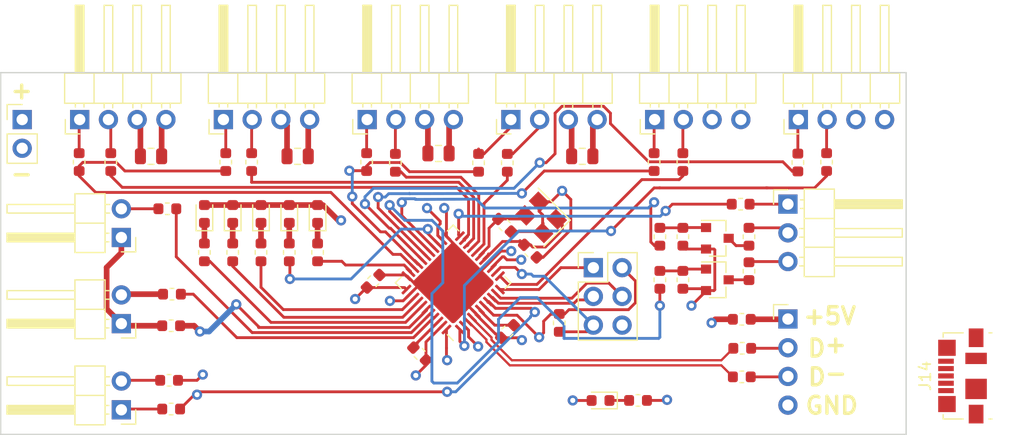
<source format=kicad_pcb>
(kicad_pcb (version 20171130) (host pcbnew 5.1.5+dfsg1-2build2)
  (layers (0 F.Cu signal) (1 In1.Cu power hide) (2 In2.Cu power hide) (31 B.Cu signal) (34 B.Paste user) (35 F.Paste user) (36 B.SilkS user) (37 F.SilkS user) (38 B.Mask user) (39 F.Mask user) (44 Edge.Cuts user))
  (net 0 "")
  (net 1 "Net-(C1-Pad1)")
  (net 2 "Net-(C2-Pad1)")
  (net 3 "Net-(C3-Pad1)")
  (net 4 "Net-(C4-Pad1)")
  (net 5 UVCC)
  (net 6 "Net-(D1-Pad1)")
  (net 7 "Net-(D2-Pad1)")
  (net 8 "Net-(F1-Pad2)")
  (net 9 "Net-(J1-Pad2)")
  (net 10 "Net-(J1-Pad3)")
  (net 11 ISP_MISO)
  (net 12 ISP_SCK)
  (net 13 ISP_MOSI)
  (net 14 ISP_RST)
  (net 15 "Net-(J3-Pad1)")
  (net 16 "Net-(J3-Pad2)")
  (net 17 "Net-(J3-Pad3)")
  (net 18 "Net-(J4-Pad2)")
  (net 19 "Net-(J4-Pad1)")
  (net 20 "Net-(J5-Pad1)")
  (net 21 "Net-(J5-Pad2)")
  (net 22 ENABLE_TEMP)
  (net 23 "Net-(J6-Pad2)")
  (net 24 "Net-(J7-Pad2)")
  (net 25 "Net-(J8-Pad2)")
  (net 26 "Net-(J8-Pad1)")
  (net 27 "Net-(J9-Pad1)")
  (net 28 "Net-(J9-Pad2)")
  (net 29 "Net-(J10-Pad2)")
  (net 30 "Net-(J10-Pad1)")
  (net 31 "Net-(J11-Pad2)")
  (net 32 "Net-(J11-Pad1)")
  (net 33 "Net-(J12-Pad1)")
  (net 34 "Net-(J12-Pad2)")
  (net 35 FPANEL_POWER)
  (net 36 FPANEL_POWER_SW+)
  (net 37 FPANEL_RESET_SW+)
  (net 38 FPANEL_RESET)
  (net 39 D+)
  (net 40 D-)
  (net 41 "Net-(R4-Pad2)")
  (net 42 "Net-(R5-Pad2)")
  (net 43 FPANEL_PLED)
  (net 44 WATER_TEMP)
  (net 45 AIR_TEMP)
  (net 46 WATER_FLOW)
  (net 47 CPU_PWM_IN)
  (net 48 CPU_SPEED_OUT)
  (net 49 FAN_PWM_A)
  (net 50 FAN_SPEED_1)
  (net 51 FAN_SPEED_2)
  (net 52 FAN_PWM_B)
  (net 53 FAN_SPEED_3)
  (net 54 FAN_SPEED_4)
  (net 55 FAN_PWM_C)
  (net 56 FAN_SPEED_5)
  (net 57 GND)
  (net 58 "Net-(Q1-Pad1)")
  (net 59 "Net-(Q2-Pad1)")
  (net 60 "Net-(R30-Pad1)")
  (net 61 "Net-(D3-Pad1)")
  (net 62 "Net-(D4-Pad1)")
  (net 63 "Net-(D5-Pad1)")
  (net 64 "Net-(D6-Pad1)")
  (net 65 "Net-(R6-Pad2)")
  (net 66 "Net-(R31-Pad2)")
  (net 67 "Net-(R33-Pad2)")
  (net 68 +12V)
  (net 69 "Net-(J14-Pad6)")
  (net 70 "Net-(J14-Pad5)")
  (net 71 "Net-(J14-Pad4)")
  (net 72 "Net-(J14-Pad3)")
  (net 73 "Net-(J14-Pad2)")
  (net 74 "Net-(J14-Pad1)")
  (module Connector_USB:USB_Micro-B_Molex_47346-0001 (layer F.Cu) (at 184.982 76.828 90)
    (fp_text reference J14 (at 0 -3.3 270) (layer F.SilkS))
    (fp_text value USB_B_Micro)
    (pad 6 smd rect (at 1.55 1.2 90) (size 1 1.9) (layers F.Cu F.Paste F.Mask) (net 69 "Net-(J14-Pad6)"))
    (pad 6 smd rect (at -1.15 1.2 90) (size 1.8 1.9) (layers F.Cu F.Paste F.Mask) (net 69 "Net-(J14-Pad6)"))
    (pad 6 smd rect (at 3.375 1.2 90) (size 1.65 1.3) (layers F.Cu F.Paste F.Mask) (net 69 "Net-(J14-Pad6)"))
    (pad 6 smd rect (at -3.375 1.2 90) (size 1.65 1.3) (layers F.Cu F.Paste F.Mask) (net 69 "Net-(J14-Pad6)"))
    (pad 6 smd rect (at 2.4875 -1.375 90) (size 1.425 1.55) (layers F.Cu F.Paste F.Mask) (net 69 "Net-(J14-Pad6)"))
    (pad 6 smd rect (at -2.4875 -1.375 90) (size 1.425 1.55) (layers F.Cu F.Paste F.Mask) (net 69 "Net-(J14-Pad6)"))
    (pad 5 smd rect (at 1.3 -1.46 90) (size 0.45 1.38) (layers F.Cu F.Paste F.Mask) (net 70 "Net-(J14-Pad5)"))
    (pad 4 smd rect (at 0.65 -1.46 90) (size 0.45 1.38) (layers F.Cu F.Paste F.Mask) (net 71 "Net-(J14-Pad4)"))
    (pad 3 smd rect (at 0 -1.46 90) (size 0.45 1.38) (layers F.Cu F.Paste F.Mask) (net 72 "Net-(J14-Pad3)"))
    (pad 2 smd rect (at -0.65 -1.46 90) (size 0.45 1.38) (layers F.Cu F.Paste F.Mask) (net 73 "Net-(J14-Pad2)"))
    (pad 1 smd rect (at -1.3 -1.46 90) (size 0.45 1.38) (layers F.Cu F.Paste F.Mask) (net 74 "Net-(J14-Pad1)"))
  )
  (module Connector_PinHeader_2.54mm:PinHeader_1x04_P2.54mm_Horizontal (layer F.Cu) (at 169.5577 71.7931)
    (fp_text reference J1 hide)
    (fp_text value USB hide)
    (pad 1 thru_hole rect (at 0 0) (size 1.7 1.7) (drill 1) (layers *.Cu *.Mask) (net 8 "Net-(F1-Pad2)"))
    (pad 2 thru_hole oval (at 0 2.54) (size 1.7 1.7) (drill 1) (layers *.Cu *.Mask) (net 9 "Net-(J1-Pad2)"))
    (pad 3 thru_hole oval (at 0 5.08) (size 1.7 1.7) (drill 1) (layers *.Cu *.Mask) (net 10 "Net-(J1-Pad3)"))
    (pad 4 thru_hole oval (at 0 7.62) (size 1.7 1.7) (drill 1) (layers *.Cu *.Mask) (net 57 GND))
  )
  (module Resistor_SMD:R_0603_1608Metric (layer F.Cu) (at 160.274 68.326 270)
    (fp_text reference R29 hide)
    (fp_text value 10K hide)
    (pad 2 smd roundrect (at 0.7875 0 270) (size 0.875 0.95) (layers F.Cu F.Paste F.Mask) (net 57 GND))
    (pad 1 smd roundrect (at -0.7875 0 270) (size 0.875 0.95) (layers F.Cu F.Paste F.Mask) (net 59 "Net-(Q2-Pad1)"))
  )
  (module Crystal:Crystal_SMD_3225-4Pin_3.2x2.5mm (layer F.Cu) (at 147.75 62.8 135)
    (fp_text reference Y1 hide)
    (fp_text value 16MHz hide)
    (pad 1 smd rect (at -1.1 0.85 135) (size 1.4 1.2) (layers F.Cu F.Paste F.Mask) (net 2 "Net-(C2-Pad1)"))
    (pad 2 smd rect (at 1.1 0.85 135) (size 1.4 1.2) (layers F.Cu F.Paste F.Mask) (net 57 GND))
    (pad 3 smd rect (at 1.1 -0.85 135) (size 1.4 1.2) (layers F.Cu F.Paste F.Mask) (net 1 "Net-(C1-Pad1)"))
    (pad 4 smd rect (at -1.1 -0.85 135) (size 1.4 1.2) (layers F.Cu F.Paste F.Mask) (net 57 GND))
  )
  (module Capacitor_SMD:C_0603_1608Metric (layer F.Cu) (at 144.78 72.898 225)
    (fp_text reference C4 hide)
    (fp_text value 1uF hide)
    (pad 1 smd roundrect (at -0.7875 0 225) (size 0.875 0.95) (layers F.Cu F.Paste F.Mask) (net 4 "Net-(C4-Pad1)"))
    (pad 2 smd roundrect (at 0.7875 0 225) (size 0.875 0.95) (layers F.Cu F.Paste F.Mask) (net 57 GND))
  )
  (module Capacitor_SMD:C_0603_1608Metric (layer F.Cu) (at 132.9182 68.453 45)
    (fp_text reference C5 hide)
    (fp_text value 1uF hide)
    (pad 1 smd roundrect (at -0.7875 0 45) (size 0.875 0.95) (layers F.Cu F.Paste F.Mask) (net 5 UVCC))
    (pad 2 smd roundrect (at 0.7875 0 45) (size 0.875 0.95) (layers F.Cu F.Paste F.Mask) (net 57 GND))
  )
  (module Connector_PinHeader_2.54mm:PinHeader_2x03_P2.54mm_Vertical (layer F.Cu) (at 152.366 67.254)
    (fp_text reference J2 hide)
    (fp_text value AVR-ISP-6 hide)
    (pad 1 thru_hole rect (at 0 0) (size 1.7 1.7) (drill 1) (layers *.Cu *.Mask) (net 11 ISP_MISO))
    (pad 2 thru_hole oval (at 2.54 0) (size 1.7 1.7) (drill 1) (layers *.Cu *.Mask) (net 5 UVCC))
    (pad 3 thru_hole oval (at 0 2.54) (size 1.7 1.7) (drill 1) (layers *.Cu *.Mask) (net 12 ISP_SCK))
    (pad 4 thru_hole oval (at 2.54 2.54) (size 1.7 1.7) (drill 1) (layers *.Cu *.Mask) (net 13 ISP_MOSI))
    (pad 5 thru_hole oval (at 0 5.08) (size 1.7 1.7) (drill 1) (layers *.Cu *.Mask) (net 14 ISP_RST))
    (pad 6 thru_hole oval (at 2.54 5.08) (size 1.7 1.7) (drill 1) (layers *.Cu *.Mask) (net 57 GND))
  )
  (module Connector_PinHeader_2.54mm:PinHeader_1x04_P2.54mm_Horizontal (layer F.Cu) (at 157.78 54.15 90)
    (fp_text reference J5 hide)
    (fp_text value CPU hide)
    (pad 1 thru_hole rect (at 0 0 90) (size 1.7 1.7) (drill 1) (layers *.Cu *.Mask) (net 20 "Net-(J5-Pad1)"))
    (pad 2 thru_hole oval (at 0 2.54 90) (size 1.7 1.7) (drill 1) (layers *.Cu *.Mask) (net 21 "Net-(J5-Pad2)"))
    (pad 3 thru_hole oval (at 0 5.08 90) (size 1.7 1.7) (drill 1) (layers *.Cu *.Mask) (net 68 +12V))
    (pad 4 thru_hole oval (at 0 7.62 90) (size 1.7 1.7) (drill 1) (layers *.Cu *.Mask) (net 57 GND))
  )
  (module Connector_PinHeader_2.54mm:PinHeader_1x02_P2.54mm_Horizontal (layer F.Cu) (at 110.6625 64.5832 180)
    (fp_text reference J7 hide)
    (fp_text value AIR_TEMP hide)
    (pad 1 thru_hole rect (at 0 0 180) (size 1.7 1.7) (drill 1) (layers *.Cu *.Mask) (net 22 ENABLE_TEMP))
    (pad 2 thru_hole oval (at 0 2.54 180) (size 1.7 1.7) (drill 1) (layers *.Cu *.Mask) (net 24 "Net-(J7-Pad2)"))
  )
  (module Connector_PinHeader_2.54mm:PinHeader_1x04_P2.54mm_Horizontal (layer F.Cu) (at 106.98 54.15 90)
    (fp_text reference J8 hide)
    (fp_text value FAN1 hide)
    (pad 1 thru_hole rect (at 0 0 90) (size 1.7 1.7) (drill 1) (layers *.Cu *.Mask) (net 26 "Net-(J8-Pad1)"))
    (pad 2 thru_hole oval (at 0 2.54 90) (size 1.7 1.7) (drill 1) (layers *.Cu *.Mask) (net 25 "Net-(J8-Pad2)"))
    (pad 3 thru_hole oval (at 0 5.08 90) (size 1.7 1.7) (drill 1) (layers *.Cu *.Mask) (net 68 +12V))
    (pad 4 thru_hole oval (at 0 7.62 90) (size 1.7 1.7) (drill 1) (layers *.Cu *.Mask) (net 57 GND))
  )
  (module Connector_PinHeader_2.54mm:PinHeader_1x04_P2.54mm_Horizontal (layer F.Cu) (at 170.48 54.15 90)
    (fp_text reference J12 hide)
    (fp_text value PUMP hide)
    (pad 1 thru_hole rect (at 0 0 90) (size 1.7 1.7) (drill 1) (layers *.Cu *.Mask) (net 33 "Net-(J12-Pad1)"))
    (pad 2 thru_hole oval (at 0 2.54 90) (size 1.7 1.7) (drill 1) (layers *.Cu *.Mask) (net 34 "Net-(J12-Pad2)"))
    (pad 3 thru_hole oval (at 0 5.08 90) (size 1.7 1.7) (drill 1) (layers *.Cu *.Mask) (net 68 +12V))
    (pad 4 thru_hole oval (at 0 7.62 90) (size 1.7 1.7) (drill 1) (layers *.Cu *.Mask) (net 57 GND))
  )
  (module Package_DFN_QFN:QFN-44-1EP_7x7mm_P0.5mm_EP5.2x5.2mm (layer F.Cu) (at 139.9794 68.5927 135)
    (fp_text reference U1 hide)
    (fp_text value ATmega32U4-MU hide)
    (pad 45 smd roundrect (at 0 0 135) (size 5.2 5.2) (layers F.Cu F.Mask) (roundrect_rratio 0.048077) (net 57 GND))
    (pad 1 smd roundrect (at -3.3375 -2.5 135) (size 1.075 0.25) (layers F.Cu F.Paste F.Mask) (net 56 FAN_SPEED_5))
    (pad 2 smd roundrect (at -3.3375 -2 135) (size 1.075 0.25) (layers F.Cu F.Paste F.Mask) (net 5 UVCC))
    (pad 3 smd roundrect (at -3.3375 -1.5 135) (size 1.075 0.25) (layers F.Cu F.Paste F.Mask) (net 40 D-))
    (pad 4 smd roundrect (at -3.3375 -1 135) (size 1.075 0.25) (layers F.Cu F.Paste F.Mask) (net 39 D+))
    (pad 5 smd roundrect (at -3.3375 -0.5 135) (size 1.075 0.25) (layers F.Cu F.Paste F.Mask) (net 57 GND))
    (pad 6 smd roundrect (at -3.3375 0 135) (size 1.075 0.25) (layers F.Cu F.Paste F.Mask) (net 4 "Net-(C4-Pad1)"))
    (pad 7 smd roundrect (at -3.3375 0.5 135) (size 1.075 0.25) (layers F.Cu F.Paste F.Mask) (net 5 UVCC))
    (pad 8 smd roundrect (at -3.3375 1 135) (size 1.075 0.25) (layers F.Cu F.Paste F.Mask) (net 46 WATER_FLOW))
    (pad 9 smd roundrect (at -3.3375 1.5 135) (size 1.075 0.25) (layers F.Cu F.Paste F.Mask) (net 12 ISP_SCK))
    (pad 10 smd roundrect (at -3.3375 2 135) (size 1.075 0.25) (layers F.Cu F.Paste F.Mask) (net 13 ISP_MOSI))
    (pad 11 smd roundrect (at -3.3375 2.5 135) (size 1.075 0.25) (layers F.Cu F.Paste F.Mask) (net 11 ISP_MISO))
    (pad 12 smd roundrect (at -2.5 3.3375 135) (size 0.25 1.075) (layers F.Cu F.Paste F.Mask) (net 48 CPU_SPEED_OUT))
    (pad 13 smd roundrect (at -2 3.3375 135) (size 0.25 1.075) (layers F.Cu F.Paste F.Mask) (net 14 ISP_RST))
    (pad 14 smd roundrect (at -1.5 3.3375 135) (size 0.25 1.075) (layers F.Cu F.Paste F.Mask) (net 5 UVCC))
    (pad 15 smd roundrect (at -1 3.3375 135) (size 0.25 1.075) (layers F.Cu F.Paste F.Mask) (net 57 GND))
    (pad 16 smd roundrect (at -0.5 3.3375 135) (size 0.25 1.075) (layers F.Cu F.Paste F.Mask) (net 2 "Net-(C2-Pad1)"))
    (pad 17 smd roundrect (at 0 3.3375 135) (size 0.25 1.075) (layers F.Cu F.Paste F.Mask) (net 1 "Net-(C1-Pad1)"))
    (pad 18 smd roundrect (at 0.5 3.3375 135) (size 0.25 1.075) (layers F.Cu F.Paste F.Mask) (net 54 FAN_SPEED_4))
    (pad 19 smd roundrect (at 1 3.3375 135) (size 0.25 1.075) (layers F.Cu F.Paste F.Mask) (net 53 FAN_SPEED_3))
    (pad 20 smd roundrect (at 1.5 3.3375 135) (size 0.25 1.075) (layers F.Cu F.Paste F.Mask) (net 51 FAN_SPEED_2))
    (pad 21 smd roundrect (at 2 3.3375 135) (size 0.25 1.075) (layers F.Cu F.Paste F.Mask) (net 50 FAN_SPEED_1))
    (pad 22 smd roundrect (at 2.5 3.3375 135) (size 0.25 1.075) (layers F.Cu F.Paste F.Mask) (net 43 FPANEL_PLED))
    (pad 23 smd roundrect (at 3.3375 2.5 135) (size 1.075 0.25) (layers F.Cu F.Paste F.Mask) (net 57 GND))
    (pad 24 smd roundrect (at 3.3375 2 135) (size 1.075 0.25) (layers F.Cu F.Paste F.Mask) (net 5 UVCC))
    (pad 25 smd roundrect (at 3.3375 1.5 135) (size 1.075 0.25) (layers F.Cu F.Paste F.Mask) (net 66 "Net-(R31-Pad2)"))
    (pad 26 smd roundrect (at 3.3375 1 135) (size 1.075 0.25) (layers F.Cu F.Paste F.Mask) (net 35 FPANEL_POWER))
    (pad 27 smd roundrect (at 3.3375 0.5 135) (size 1.075 0.25) (layers F.Cu F.Paste F.Mask) (net 38 FPANEL_RESET))
    (pad 28 smd roundrect (at 3.3375 0 135) (size 1.075 0.25) (layers F.Cu F.Paste F.Mask) (net 47 CPU_PWM_IN))
    (pad 29 smd roundrect (at 3.3375 -0.5 135) (size 1.075 0.25) (layers F.Cu F.Paste F.Mask) (net 55 FAN_PWM_C))
    (pad 30 smd roundrect (at 3.3375 -1 135) (size 1.075 0.25) (layers F.Cu F.Paste F.Mask) (net 52 FAN_PWM_B))
    (pad 31 smd roundrect (at 3.3375 -1.5 135) (size 1.075 0.25) (layers F.Cu F.Paste F.Mask) (net 49 FAN_PWM_A))
    (pad 32 smd roundrect (at 3.3375 -2 135) (size 1.075 0.25) (layers F.Cu F.Paste F.Mask) (net 67 "Net-(R33-Pad2)"))
    (pad 33 smd roundrect (at 3.3375 -2.5 135) (size 1.075 0.25) (layers F.Cu F.Paste F.Mask) (net 57 GND))
    (pad 34 smd roundrect (at 2.5 -3.3375 135) (size 0.25 1.075) (layers F.Cu F.Paste F.Mask) (net 5 UVCC))
    (pad 35 smd roundrect (at 2 -3.3375 135) (size 0.25 1.075) (layers F.Cu F.Paste F.Mask) (net 57 GND))
    (pad 36 smd roundrect (at 1.5 -3.3375 135) (size 0.25 1.075) (layers F.Cu F.Paste F.Mask) (net 41 "Net-(R4-Pad2)"))
    (pad 37 smd roundrect (at 1 -3.3375 135) (size 0.25 1.075) (layers F.Cu F.Paste F.Mask) (net 42 "Net-(R5-Pad2)"))
    (pad 38 smd roundrect (at 0.5 -3.3375 135) (size 0.25 1.075) (layers F.Cu F.Paste F.Mask) (net 65 "Net-(R6-Pad2)"))
    (pad 39 smd roundrect (at 0 -3.3375 135) (size 0.25 1.075) (layers F.Cu F.Paste F.Mask) (net 60 "Net-(R30-Pad1)"))
    (pad 40 smd roundrect (at -0.5 -3.3375 135) (size 0.25 1.075) (layers F.Cu F.Paste F.Mask) (net 45 AIR_TEMP))
    (pad 41 smd roundrect (at -1 -3.3375 135) (size 0.25 1.075) (layers F.Cu F.Paste F.Mask) (net 44 WATER_TEMP))
    (pad 42 smd roundrect (at -1.5 -3.3375 135) (size 0.25 1.075) (layers F.Cu F.Paste F.Mask) (net 3 "Net-(C3-Pad1)"))
    (pad 43 smd roundrect (at -2 -3.3375 135) (size 0.25 1.075) (layers F.Cu F.Paste F.Mask) (net 57 GND))
    (pad 44 smd roundrect (at -2.5 -3.3375 135) (size 0.25 1.075) (layers F.Cu F.Paste F.Mask) (net 5 UVCC))
  )
  (module Connector_PinHeader_2.54mm:PinHeader_1x02_P2.54mm_Vertical (layer F.Cu) (at 101.9 54.15)
    (fp_text reference J13 hide)
    (fp_text value POWER_IN hide)
    (pad 1 thru_hole rect (at 0 0) (size 1.7 1.7) (drill 1) (layers *.Cu *.Mask) (net 5 UVCC))
    (pad 2 thru_hole oval (at 0 2.54) (size 1.7 1.7) (drill 1) (layers *.Cu *.Mask) (net 57 GND))
  )
  (module Capacitor_SMD:C_0603_1608Metric (layer F.Cu) (at 144.526 63.5 315)
    (fp_text reference C1 hide)
    (fp_text value 22pF hide)
    (pad 1 smd roundrect (at -0.7875 0 315) (size 0.875 0.95) (layers F.Cu F.Paste F.Mask) (net 1 "Net-(C1-Pad1)"))
    (pad 2 smd roundrect (at 0.7875 0 315) (size 0.875 0.95) (layers F.Cu F.Paste F.Mask) (net 57 GND))
  )
  (module Capacitor_SMD:C_0603_1608Metric (layer F.Cu) (at 146.812 65.786 315)
    (fp_text reference C2 hide)
    (fp_text value 22pF hide)
    (pad 2 smd roundrect (at 0.7875 0 315) (size 0.875 0.95) (layers F.Cu F.Paste F.Mask) (net 57 GND))
    (pad 1 smd roundrect (at -0.7875 0 315) (size 0.875 0.95) (layers F.Cu F.Paste F.Mask) (net 2 "Net-(C2-Pad1)"))
  )
  (module Capacitor_SMD:C_0603_1608Metric (layer F.Cu) (at 137.0203 74.8792 315)
    (fp_text reference C3 hide)
    (fp_text value 0.1uF hide)
    (pad 1 smd roundrect (at -0.7875 0 315) (size 0.875 0.95) (layers F.Cu F.Paste F.Mask) (net 3 "Net-(C3-Pad1)"))
    (pad 2 smd roundrect (at 0.7875 0 315) (size 0.875 0.95) (layers F.Cu F.Paste F.Mask) (net 57 GND))
  )
  (module Diode_SMD:D_0603_1608Metric (layer F.Cu) (at 123 62.5 90)
    (fp_text reference D1 hide)
    (fp_text value BLUE hide)
    (pad 1 smd roundrect (at -0.7875 0 90) (size 0.875 0.95) (layers F.Cu F.Paste F.Mask) (net 6 "Net-(D1-Pad1)"))
    (pad 2 smd roundrect (at 0.7875 0 90) (size 0.875 0.95) (layers F.Cu F.Paste F.Mask) (net 5 UVCC))
  )
  (module Diode_SMD:D_0603_1608Metric (layer F.Cu) (at 120.5 62.5 90)
    (fp_text reference D2 hide)
    (fp_text value BLUE hide)
    (pad 2 smd roundrect (at 0.7875 0 90) (size 0.875 0.95) (layers F.Cu F.Paste F.Mask) (net 5 UVCC))
    (pad 1 smd roundrect (at -0.7875 0 90) (size 0.875 0.95) (layers F.Cu F.Paste F.Mask) (net 7 "Net-(D2-Pad1)"))
  )
  (module Fuse:Fuse_0603_1608Metric (layer F.Cu) (at 165.481 71.8185)
    (fp_text reference F1 hide)
    (fp_text value 100mA hide)
    (pad 1 smd roundrect (at -0.7875 0) (size 0.875 0.95) (layers F.Cu F.Paste F.Mask) (net 5 UVCC))
    (pad 2 smd roundrect (at 0.7875 0) (size 0.875 0.95) (layers F.Cu F.Paste F.Mask) (net 8 "Net-(F1-Pad2)"))
  )
  (module Connector_PinHeader_2.54mm:PinHeader_1x02_P2.54mm_Horizontal (layer F.Cu) (at 110.6625 79.8232 180)
    (fp_text reference J4 hide)
    (fp_text value WATER_FLOW hide)
    (pad 2 thru_hole oval (at 0 2.54 180) (size 1.7 1.7) (drill 1) (layers *.Cu *.Mask) (net 18 "Net-(J4-Pad2)"))
    (pad 1 thru_hole rect (at 0 0 180) (size 1.7 1.7) (drill 1) (layers *.Cu *.Mask) (net 19 "Net-(J4-Pad1)"))
  )
  (module Connector_PinHeader_2.54mm:PinHeader_1x02_P2.54mm_Horizontal (layer F.Cu) (at 110.6625 72.2032 180)
    (fp_text reference J6 hide)
    (fp_text value WATER_TEMP hide)
    (pad 1 thru_hole rect (at 0 0 180) (size 1.7 1.7) (drill 1) (layers *.Cu *.Mask) (net 22 ENABLE_TEMP))
    (pad 2 thru_hole oval (at 0 2.54 180) (size 1.7 1.7) (drill 1) (layers *.Cu *.Mask) (net 23 "Net-(J6-Pad2)"))
  )
  (module Connector_PinHeader_2.54mm:PinHeader_1x04_P2.54mm_Horizontal (layer F.Cu) (at 119.68 54.15 90)
    (fp_text reference J9 hide)
    (fp_text value FAN2 hide)
    (pad 1 thru_hole rect (at 0 0 90) (size 1.7 1.7) (drill 1) (layers *.Cu *.Mask) (net 27 "Net-(J9-Pad1)"))
    (pad 2 thru_hole oval (at 0 2.54 90) (size 1.7 1.7) (drill 1) (layers *.Cu *.Mask) (net 28 "Net-(J9-Pad2)"))
    (pad 3 thru_hole oval (at 0 5.08 90) (size 1.7 1.7) (drill 1) (layers *.Cu *.Mask) (net 68 +12V))
    (pad 4 thru_hole oval (at 0 7.62 90) (size 1.7 1.7) (drill 1) (layers *.Cu *.Mask) (net 57 GND))
  )
  (module Connector_PinHeader_2.54mm:PinHeader_1x04_P2.54mm_Horizontal (layer F.Cu) (at 132.38 54.15 90)
    (fp_text reference J10 hide)
    (fp_text value FAN3 hide)
    (pad 4 thru_hole oval (at 0 7.62 90) (size 1.7 1.7) (drill 1) (layers *.Cu *.Mask) (net 57 GND))
    (pad 3 thru_hole oval (at 0 5.08 90) (size 1.7 1.7) (drill 1) (layers *.Cu *.Mask) (net 68 +12V))
    (pad 2 thru_hole oval (at 0 2.54 90) (size 1.7 1.7) (drill 1) (layers *.Cu *.Mask) (net 29 "Net-(J10-Pad2)"))
    (pad 1 thru_hole rect (at 0 0 90) (size 1.7 1.7) (drill 1) (layers *.Cu *.Mask) (net 30 "Net-(J10-Pad1)"))
  )
  (module Connector_PinHeader_2.54mm:PinHeader_1x04_P2.54mm_Horizontal (layer F.Cu) (at 145.08 54.15 90)
    (fp_text reference J11 hide)
    (fp_text value FAN4 hide)
    (pad 1 thru_hole rect (at 0 0 90) (size 1.7 1.7) (drill 1) (layers *.Cu *.Mask) (net 32 "Net-(J11-Pad1)"))
    (pad 2 thru_hole oval (at 0 2.54 90) (size 1.7 1.7) (drill 1) (layers *.Cu *.Mask) (net 31 "Net-(J11-Pad2)"))
    (pad 3 thru_hole oval (at 0 5.08 90) (size 1.7 1.7) (drill 1) (layers *.Cu *.Mask) (net 68 +12V))
    (pad 4 thru_hole oval (at 0 7.62 90) (size 1.7 1.7) (drill 1) (layers *.Cu *.Mask) (net 57 GND))
  )
  (module Package_TO_SOT_SMD:SOT-23 (layer F.Cu) (at 163.322 64.6532)
    (fp_text reference Q1 hide)
    (fp_text value BSS138 hide)
    (pad 1 smd rect (at -1 -0.95) (size 0.9 0.8) (layers F.Cu F.Paste F.Mask) (net 58 "Net-(Q1-Pad1)"))
    (pad 2 smd rect (at -1 0.95) (size 0.9 0.8) (layers F.Cu F.Paste F.Mask) (net 57 GND))
    (pad 3 smd rect (at 1 0) (size 0.9 0.8) (layers F.Cu F.Paste F.Mask) (net 36 FPANEL_POWER_SW+))
  )
  (module Package_TO_SOT_SMD:SOT-23 (layer F.Cu) (at 163.322 68.326)
    (fp_text reference Q2 hide)
    (fp_text value BSS138 hide)
    (pad 3 smd rect (at 1 0) (size 0.9 0.8) (layers F.Cu F.Paste F.Mask) (net 37 FPANEL_RESET_SW+))
    (pad 2 smd rect (at -1 0.95) (size 0.9 0.8) (layers F.Cu F.Paste F.Mask) (net 57 GND))
    (pad 1 smd rect (at -1 -0.95) (size 0.9 0.8) (layers F.Cu F.Paste F.Mask) (net 59 "Net-(Q2-Pad1)"))
  )
  (module Resistor_SMD:R_0603_1608Metric (layer F.Cu) (at 165.5191 74.3839)
    (fp_text reference R1 hide)
    (fp_text value 22 hide)
    (pad 1 smd roundrect (at -0.7875 0) (size 0.875 0.95) (layers F.Cu F.Paste F.Mask) (net 39 D+))
    (pad 2 smd roundrect (at 0.7875 0) (size 0.875 0.95) (layers F.Cu F.Paste F.Mask) (net 9 "Net-(J1-Pad2)"))
  )
  (module Resistor_SMD:R_0603_1608Metric (layer F.Cu) (at 165.481 76.9112)
    (fp_text reference R2 hide)
    (fp_text value 22 hide)
    (pad 2 smd roundrect (at 0.7875 0) (size 0.875 0.95) (layers F.Cu F.Paste F.Mask) (net 10 "Net-(J1-Pad3)"))
    (pad 1 smd roundrect (at -0.7875 0) (size 0.875 0.95) (layers F.Cu F.Paste F.Mask) (net 40 D-))
  )
  (module Resistor_SMD:R_0603_1608Metric (layer F.Cu) (at 149.352 72.136 270)
    (fp_text reference R3 hide)
    (fp_text value 10K hide)
    (pad 2 smd roundrect (at 0.7875 0 270) (size 0.875 0.95) (layers F.Cu F.Paste F.Mask) (net 14 ISP_RST))
    (pad 1 smd roundrect (at -0.7875 0 270) (size 0.875 0.95) (layers F.Cu F.Paste F.Mask) (net 5 UVCC))
  )
  (module Resistor_SMD:R_0603_1608Metric (layer F.Cu) (at 123 65.9 270)
    (fp_text reference R4 hide)
    (fp_text value 330 hide)
    (pad 1 smd roundrect (at -0.7875 0 270) (size 0.875 0.95) (layers F.Cu F.Paste F.Mask) (net 6 "Net-(D1-Pad1)"))
    (pad 2 smd roundrect (at 0.7875 0 270) (size 0.875 0.95) (layers F.Cu F.Paste F.Mask) (net 41 "Net-(R4-Pad2)"))
  )
  (module Resistor_SMD:R_0603_1608Metric (layer F.Cu) (at 120.5 65.9 270)
    (fp_text reference R5 hide)
    (fp_text value 330 hide)
    (pad 1 smd roundrect (at -0.7875 0 270) (size 0.875 0.95) (layers F.Cu F.Paste F.Mask) (net 7 "Net-(D2-Pad1)"))
    (pad 2 smd roundrect (at 0.7875 0 270) (size 0.875 0.95) (layers F.Cu F.Paste F.Mask) (net 42 "Net-(R5-Pad2)"))
  )
  (module Resistor_SMD:R_0603_1608Metric (layer F.Cu) (at 115.1329 69.596 180)
    (fp_text reference R13 hide)
    (fp_text value 5.6K hide)
    (pad 1 smd roundrect (at -0.7875 0 180) (size 0.875 0.95) (layers F.Cu F.Paste F.Mask) (net 44 WATER_TEMP))
    (pad 2 smd roundrect (at 0.7875 0 180) (size 0.875 0.95) (layers F.Cu F.Paste F.Mask) (net 23 "Net-(J6-Pad2)"))
  )
  (module Resistor_SMD:R_0603_1608Metric (layer F.Cu) (at 114.7265 62.0432 180)
    (fp_text reference R14 hide)
    (fp_text value 5.6K hide)
    (pad 1 smd roundrect (at -0.7875 0 180) (size 0.875 0.95) (layers F.Cu F.Paste F.Mask) (net 45 AIR_TEMP))
    (pad 2 smd roundrect (at 0.7875 0 180) (size 0.875 0.95) (layers F.Cu F.Paste F.Mask) (net 24 "Net-(J7-Pad2)"))
  )
  (module Resistor_SMD:R_0603_1608Metric (layer F.Cu) (at 115.062 79.756)
    (fp_text reference R15 hide)
    (fp_text value 500 hide)
    (pad 2 smd roundrect (at 0.7875 0) (size 0.875 0.95) (layers F.Cu F.Paste F.Mask) (net 46 WATER_FLOW))
    (pad 1 smd roundrect (at -0.7875 0) (size 0.875 0.95) (layers F.Cu F.Paste F.Mask) (net 19 "Net-(J4-Pad1)"))
  )
  (module Resistor_SMD:R_0603_1608Metric (layer F.Cu) (at 114.8789 77.216 180)
    (fp_text reference R16 hide)
    (fp_text value 500 hide)
    (pad 1 smd roundrect (at -0.7875 0 180) (size 0.875 0.95) (layers F.Cu F.Paste F.Mask) (net 57 GND))
    (pad 2 smd roundrect (at 0.7875 0 180) (size 0.875 0.95) (layers F.Cu F.Paste F.Mask) (net 18 "Net-(J4-Pad2)"))
  )
  (module Resistor_SMD:R_0603_1608Metric (layer F.Cu) (at 157.734 57.912 270)
    (fp_text reference R17 hide)
    (fp_text value 500 hide)
    (pad 1 smd roundrect (at -0.7875 0 270) (size 0.875 0.95) (layers F.Cu F.Paste F.Mask) (net 20 "Net-(J5-Pad1)"))
    (pad 2 smd roundrect (at 0.7875 0 270) (size 0.875 0.95) (layers F.Cu F.Paste F.Mask) (net 47 CPU_PWM_IN))
  )
  (module Resistor_SMD:R_0603_1608Metric (layer F.Cu) (at 160.274 57.912 90)
    (fp_text reference R18 hide)
    (fp_text value 500 hide)
    (pad 2 smd roundrect (at 0.7875 0 90) (size 0.875 0.95) (layers F.Cu F.Paste F.Mask) (net 21 "Net-(J5-Pad2)"))
    (pad 1 smd roundrect (at -0.7875 0 90) (size 0.875 0.95) (layers F.Cu F.Paste F.Mask) (net 48 CPU_SPEED_OUT))
  )
  (module Resistor_SMD:R_0603_1608Metric (layer F.Cu) (at 106.934 57.912 270)
    (fp_text reference R19 hide)
    (fp_text value 500 hide)
    (pad 1 smd roundrect (at -0.7875 0 270) (size 0.875 0.95) (layers F.Cu F.Paste F.Mask) (net 26 "Net-(J8-Pad1)"))
    (pad 2 smd roundrect (at 0.7875 0 270) (size 0.875 0.95) (layers F.Cu F.Paste F.Mask) (net 49 FAN_PWM_A))
  )
  (module Resistor_SMD:R_0603_1608Metric (layer F.Cu) (at 109.728 57.912 90)
    (fp_text reference R20 hide)
    (fp_text value 500 hide)
    (pad 2 smd roundrect (at 0.7875 0 90) (size 0.875 0.95) (layers F.Cu F.Paste F.Mask) (net 25 "Net-(J8-Pad2)"))
    (pad 1 smd roundrect (at -0.7875 0 90) (size 0.875 0.95) (layers F.Cu F.Paste F.Mask) (net 50 FAN_SPEED_1))
  )
  (module Resistor_SMD:R_0603_1608Metric (layer F.Cu) (at 119.888 57.912 270)
    (fp_text reference R21 hide)
    (fp_text value 500 hide)
    (pad 1 smd roundrect (at -0.7875 0 270) (size 0.875 0.95) (layers F.Cu F.Paste F.Mask) (net 27 "Net-(J9-Pad1)"))
    (pad 2 smd roundrect (at 0.7875 0 270) (size 0.875 0.95) (layers F.Cu F.Paste F.Mask) (net 49 FAN_PWM_A))
  )
  (module Resistor_SMD:R_0603_1608Metric (layer F.Cu) (at 122.174 57.912 90)
    (fp_text reference R22 hide)
    (fp_text value 500 hide)
    (pad 2 smd roundrect (at 0.7875 0 90) (size 0.875 0.95) (layers F.Cu F.Paste F.Mask) (net 28 "Net-(J9-Pad2)"))
    (pad 1 smd roundrect (at -0.7875 0 90) (size 0.875 0.95) (layers F.Cu F.Paste F.Mask) (net 51 FAN_SPEED_2))
  )
  (module Resistor_SMD:R_0603_1608Metric (layer F.Cu) (at 132.334 57.912 270)
    (fp_text reference R23 hide)
    (fp_text value 500 hide)
    (pad 2 smd roundrect (at 0.7875 0 270) (size 0.875 0.95) (layers F.Cu F.Paste F.Mask) (net 52 FAN_PWM_B))
    (pad 1 smd roundrect (at -0.7875 0 270) (size 0.875 0.95) (layers F.Cu F.Paste F.Mask) (net 30 "Net-(J10-Pad1)"))
  )
  (module Resistor_SMD:R_0603_1608Metric (layer F.Cu) (at 134.874 57.9755 90)
    (fp_text reference R24 hide)
    (fp_text value 500 hide)
    (pad 1 smd roundrect (at -0.7875 0 90) (size 0.875 0.95) (layers F.Cu F.Paste F.Mask) (net 53 FAN_SPEED_3))
    (pad 2 smd roundrect (at 0.7875 0 90) (size 0.875 0.95) (layers F.Cu F.Paste F.Mask) (net 29 "Net-(J10-Pad2)"))
  )
  (module Resistor_SMD:R_0603_1608Metric (layer F.Cu) (at 142.2228 57.9755 270)
    (fp_text reference R25 hide)
    (fp_text value 500 hide)
    (pad 2 smd roundrect (at 0.7875 0 270) (size 0.875 0.95) (layers F.Cu F.Paste F.Mask) (net 52 FAN_PWM_B))
    (pad 1 smd roundrect (at -0.7875 0 270) (size 0.875 0.95) (layers F.Cu F.Paste F.Mask) (net 32 "Net-(J11-Pad1)"))
  )
  (module Resistor_SMD:R_0603_1608Metric (layer F.Cu) (at 144.7628 57.9755 90)
    (fp_text reference R26 hide)
    (fp_text value 500 hide)
    (pad 1 smd roundrect (at -0.7875 0 90) (size 0.875 0.95) (layers F.Cu F.Paste F.Mask) (net 54 FAN_SPEED_4))
    (pad 2 smd roundrect (at 0.7875 0 90) (size 0.875 0.95) (layers F.Cu F.Paste F.Mask) (net 31 "Net-(J11-Pad2)"))
  )
  (module Resistor_SMD:R_0603_1608Metric (layer F.Cu) (at 170.434 57.9501 270)
    (fp_text reference R27 hide)
    (fp_text value 500 hide)
    (pad 1 smd roundrect (at -0.7875 0 270) (size 0.875 0.95) (layers F.Cu F.Paste F.Mask) (net 33 "Net-(J12-Pad1)"))
    (pad 2 smd roundrect (at 0.7875 0 270) (size 0.875 0.95) (layers F.Cu F.Paste F.Mask) (net 55 FAN_PWM_C))
  )
  (module Resistor_SMD:R_0603_1608Metric (layer F.Cu) (at 172.974 57.912 90)
    (fp_text reference R28 hide)
    (fp_text value 500 hide)
    (pad 2 smd roundrect (at 0.7875 0 90) (size 0.875 0.95) (layers F.Cu F.Paste F.Mask) (net 34 "Net-(J12-Pad2)"))
    (pad 1 smd roundrect (at -0.7875 0 90) (size 0.875 0.95) (layers F.Cu F.Paste F.Mask) (net 56 FAN_SPEED_5))
  )
  (module Connector_PinHeader_2.54mm:PinHeader_1x03_P2.54mm_Horizontal (layer F.Cu) (at 169.5577 61.6331)
    (fp_text reference J3 hide)
    (fp_text value FPANEL hide)
    (pad 1 thru_hole rect (at 0 0) (size 1.7 1.7) (drill 1) (layers *.Cu *.Mask) (net 15 "Net-(J3-Pad1)"))
    (pad 2 thru_hole oval (at 0 2.54) (size 1.7 1.7) (drill 1) (layers *.Cu *.Mask) (net 16 "Net-(J3-Pad2)"))
    (pad 3 thru_hole oval (at 0 5.08) (size 1.7 1.7) (drill 1) (layers *.Cu *.Mask) (net 17 "Net-(J3-Pad3)"))
  )
  (module Resistor_SMD:R_0603_1608Metric (layer F.Cu) (at 165.3794 61.6331 180)
    (fp_text reference R7 hide)
    (fp_text value 500 hide)
    (pad 1 smd roundrect (at -0.7875 0 180) (size 0.875 0.95) (layers F.Cu F.Paste F.Mask) (net 15 "Net-(J3-Pad1)"))
    (pad 2 smd roundrect (at 0.7875 0 180) (size 0.875 0.95) (layers F.Cu F.Paste F.Mask) (net 43 FPANEL_PLED))
  )
  (module Resistor_SMD:R_0603_1608Metric (layer F.Cu) (at 166.116 64.516 270)
    (fp_text reference R9 hide)
    (fp_text value 500 hide)
    (pad 2 smd roundrect (at 0.7875 0 270) (size 0.875 0.95) (layers F.Cu F.Paste F.Mask) (net 36 FPANEL_POWER_SW+))
    (pad 1 smd roundrect (at -0.7875 0 270) (size 0.875 0.95) (layers F.Cu F.Paste F.Mask) (net 16 "Net-(J3-Pad2)"))
  )
  (module Resistor_SMD:R_0603_1608Metric (layer F.Cu) (at 166.116 67.564 270)
    (fp_text reference R11 hide)
    (fp_text value 500 hide)
    (pad 1 smd roundrect (at -0.7875 0 270) (size 0.875 0.95) (layers F.Cu F.Paste F.Mask) (net 17 "Net-(J3-Pad3)"))
    (pad 2 smd roundrect (at 0.7875 0 270) (size 0.875 0.95) (layers F.Cu F.Paste F.Mask) (net 37 FPANEL_RESET_SW+))
  )
  (module Capacitor_SMD:C_0805_2012Metric (layer F.Cu) (at 126.238 57.404)
    (fp_text reference C6 hide)
    (fp_text value 10uF hide)
    (pad 1 smd roundrect (at -0.9375 0) (size 0.975 1.4) (layers F.Cu F.Paste F.Mask) (net 5 UVCC))
    (pad 2 smd roundrect (at 0.9375 0) (size 0.975 1.4) (layers F.Cu F.Paste F.Mask) (net 57 GND))
  )
  (module Capacitor_SMD:C_0805_2012Metric (layer F.Cu) (at 113.284 57.404)
    (fp_text reference C7 hide)
    (fp_text value 10uF hide)
    (pad 2 smd roundrect (at 0.9375 0) (size 0.975 1.4) (layers F.Cu F.Paste F.Mask) (net 57 GND))
    (pad 1 smd roundrect (at -0.9375 0) (size 0.975 1.4) (layers F.Cu F.Paste F.Mask) (net 5 UVCC))
  )
  (module Resistor_SMD:R_0603_1608Metric (layer F.Cu) (at 158.242 64.516 270)
    (fp_text reference R8 hide)
    (fp_text value 1K hide)
    (pad 1 smd roundrect (at -0.7875 0 270) (size 0.875 0.95) (layers F.Cu F.Paste F.Mask) (net 58 "Net-(Q1-Pad1)"))
    (pad 2 smd roundrect (at 0.7875 0 270) (size 0.875 0.95) (layers F.Cu F.Paste F.Mask) (net 35 FPANEL_POWER))
  )
  (module Resistor_SMD:R_0603_1608Metric (layer F.Cu) (at 158.242 68.326 270)
    (fp_text reference R10 hide)
    (fp_text value 1K hide)
    (pad 1 smd roundrect (at -0.7875 0 270) (size 0.875 0.95) (layers F.Cu F.Paste F.Mask) (net 59 "Net-(Q2-Pad1)"))
    (pad 2 smd roundrect (at 0.7875 0 270) (size 0.875 0.95) (layers F.Cu F.Paste F.Mask) (net 38 FPANEL_RESET))
  )
  (module Resistor_SMD:R_0603_1608Metric (layer F.Cu) (at 160.274 64.516 270)
    (fp_text reference R12 hide)
    (fp_text value 10K hide)
    (pad 2 smd roundrect (at 0.7875 0 270) (size 0.875 0.95) (layers F.Cu F.Paste F.Mask) (net 57 GND))
    (pad 1 smd roundrect (at -0.7875 0 270) (size 0.875 0.95) (layers F.Cu F.Paste F.Mask) (net 58 "Net-(Q1-Pad1)"))
  )
  (module Resistor_SMD:R_0603_1608Metric (layer F.Cu) (at 115.062 72.39 180)
    (fp_text reference R30 hide)
    (fp_text value 500 hide)
    (pad 1 smd roundrect (at -0.7875 0 180) (size 0.875 0.95) (layers F.Cu F.Paste F.Mask) (net 60 "Net-(R30-Pad1)"))
    (pad 2 smd roundrect (at 0.7875 0 180) (size 0.875 0.95) (layers F.Cu F.Paste F.Mask) (net 22 ENABLE_TEMP))
  )
  (module Capacitor_SMD:C_0805_2012Metric (layer F.Cu) (at 138.684 57.15)
    (fp_text reference C8 hide)
    (fp_text value 10uF hide)
    (pad 1 smd roundrect (at -0.9375 0) (size 0.975 1.4) (layers F.Cu F.Paste F.Mask) (net 5 UVCC))
    (pad 2 smd roundrect (at 0.9375 0) (size 0.975 1.4) (layers F.Cu F.Paste F.Mask) (net 57 GND))
  )
  (module Capacitor_SMD:C_0805_2012Metric (layer F.Cu) (at 151.384 57.404)
    (fp_text reference C9 hide)
    (fp_text value 10uF hide)
    (pad 2 smd roundrect (at 0.9375 0) (size 0.975 1.4) (layers F.Cu F.Paste F.Mask) (net 57 GND))
    (pad 1 smd roundrect (at -0.9375 0) (size 0.975 1.4) (layers F.Cu F.Paste F.Mask) (net 5 UVCC))
  )
  (module Diode_SMD:D_0603_1608Metric (layer F.Cu) (at 118 62.5 90)
    (fp_text reference D4 hide)
    (fp_text value BLUE hide)
    (pad 1 smd roundrect (at -0.7875 0 90) (size 0.875 0.95) (layers F.Cu F.Paste F.Mask) (net 62 "Net-(D4-Pad1)"))
    (pad 2 smd roundrect (at 0.7875 0 90) (size 0.875 0.95) (layers F.Cu F.Paste F.Mask) (net 5 UVCC))
  )
  (module Diode_SMD:D_0603_1608Metric (layer F.Cu) (at 125.5 62.5 90)
    (fp_text reference D5 hide)
    (fp_text value BLUE hide)
    (pad 2 smd roundrect (at 0.7875 0 90) (size 0.875 0.95) (layers F.Cu F.Paste F.Mask) (net 5 UVCC))
    (pad 1 smd roundrect (at -0.7875 0 90) (size 0.875 0.95) (layers F.Cu F.Paste F.Mask) (net 63 "Net-(D5-Pad1)"))
  )
  (module Diode_SMD:D_0603_1608Metric (layer F.Cu) (at 128 62.5 90)
    (fp_text reference D6 hide)
    (fp_text value BLUE hide)
    (pad 1 smd roundrect (at -0.7875 0 90) (size 0.875 0.95) (layers F.Cu F.Paste F.Mask) (net 64 "Net-(D6-Pad1)"))
    (pad 2 smd roundrect (at 0.7875 0 90) (size 0.875 0.95) (layers F.Cu F.Paste F.Mask) (net 5 UVCC))
  )
  (module Resistor_SMD:R_0603_1608Metric (layer F.Cu) (at 118 65.9 270)
    (fp_text reference R6 hide)
    (fp_text value 330 hide)
    (pad 1 smd roundrect (at -0.7875 0 270) (size 0.875 0.95) (layers F.Cu F.Paste F.Mask) (net 62 "Net-(D4-Pad1)"))
    (pad 2 smd roundrect (at 0.7875 0 270) (size 0.875 0.95) (layers F.Cu F.Paste F.Mask) (net 65 "Net-(R6-Pad2)"))
  )
  (module Resistor_SMD:R_0603_1608Metric (layer F.Cu) (at 125.5 65.9 270)
    (fp_text reference R31 hide)
    (fp_text value 330 hide)
    (pad 2 smd roundrect (at 0.7875 0 270) (size 0.875 0.95) (layers F.Cu F.Paste F.Mask) (net 66 "Net-(R31-Pad2)"))
    (pad 1 smd roundrect (at -0.7875 0 270) (size 0.875 0.95) (layers F.Cu F.Paste F.Mask) (net 63 "Net-(D5-Pad1)"))
  )
  (module Resistor_SMD:R_0603_1608Metric (layer F.Cu) (at 156.3116 78.994)
    (fp_text reference R32 hide)
    (fp_text value 330 hide)
    (pad 2 smd roundrect (at 0.7875 0) (size 0.875 0.95) (layers F.Cu F.Paste F.Mask) (net 57 GND))
    (pad 1 smd roundrect (at -0.7875 0) (size 0.875 0.95) (layers F.Cu F.Paste F.Mask) (net 61 "Net-(D3-Pad1)"))
  )
  (module Resistor_SMD:R_0603_1608Metric (layer F.Cu) (at 128 65.9 270)
    (fp_text reference R33 hide)
    (fp_text value 330 hide)
    (pad 1 smd roundrect (at -0.7875 0 270) (size 0.875 0.95) (layers F.Cu F.Paste F.Mask) (net 64 "Net-(D6-Pad1)"))
    (pad 2 smd roundrect (at 0.7875 0 270) (size 0.875 0.95) (layers F.Cu F.Paste F.Mask) (net 67 "Net-(R33-Pad2)"))
  )
  (module Diode_SMD:D_0603_1608Metric (layer F.Cu) (at 153 79 180)
    (fp_text reference D3 hide)
    (fp_text value BLUE hide)
    (pad 1 smd roundrect (at -0.7875 0 180) (size 0.875 0.95) (layers F.Cu F.Paste F.Mask) (net 61 "Net-(D3-Pad1)"))
    (pad 2 smd roundrect (at 0.7875 0 180) (size 0.875 0.95) (layers F.Cu F.Paste F.Mask) (net 5 UVCC))
  )
  (gr_text GND (at 173.4312 79.4512) (layer F.SilkS) (effects (font (size 1.5 1.5) (thickness 0.3))))
  (gr_text D- (at 173.0502 76.7842 180) (layer F.SilkS) (effects (font (size 1.5 1.5) (thickness 0.3)) (justify mirror)))
  (gr_text D+ (at 173.0248 74.2442 180) (layer F.SilkS) (effects (font (size 1.5 1.5) (thickness 0.3)) (justify mirror)))
  (gr_text +5V (at 173.2534 71.5264) (layer F.SilkS) (effects (font (size 1.5 1.5) (thickness 0.3))))
  (gr_text - (at 101.854 58.928) (layer F.SilkS) (effects (font (size 1.5 1.5) (thickness 0.3))))
  (gr_text + (at 101.854 51.562) (layer F.SilkS) (effects (font (size 1.5 1.5) (thickness 0.3))))
  (gr_line (start 100 50) (end 100 82) (layer Edge.Cuts) (width 0.12))
  (gr_line (start 100 50) (end 180 50) (layer Edge.Cuts) (width 0.12))
  (gr_line (start 180 50) (end 180 82) (layer Edge.Cuts) (width 0.12))
  (gr_line (start 100 82) (end 180 82) (layer Edge.Cuts) (width 0.12))
  (segment (start 143.15272 63.759586) (end 143.969153 62.943153) (width 0.25) (layer F.Cu) (net 1))
  (segment (start 143.152719 65.348684) (end 143.15272 63.759586) (width 0.25) (layer F.Cu) (net 1))
  (segment (start 142.339369 66.162034) (end 143.152719 65.348684) (width 0.25) (layer F.Cu) (net 1))
  (segment (start 142.339369 66.232731) (end 142.339369 66.162034) (width 0.25) (layer F.Cu) (net 1))
  (segment (start 146.051212 62.943153) (end 146.371142 62.623223) (width 0.25) (layer F.Cu) (net 1))
  (segment (start 143.969153 62.943153) (end 146.051212 62.943153) (width 0.25) (layer F.Cu) (net 1))
  (segment (start 143.106949 66.172258) (end 142.692922 66.586285) (width 0.25) (layer F.Cu) (net 2))
  (segment (start 146.093153 65.493153) (end 145.896483 65.296483) (width 0.25) (layer F.Cu) (net 2))
  (segment (start 142.692922 66.51559) (end 142.692922 66.586285) (width 0.25) (layer F.Cu) (net 2))
  (segment (start 143.106949 66.101563) (end 142.692922 66.51559) (width 0.25) (layer F.Cu) (net 2))
  (segment (start 143.106949 66.030862) (end 143.106949 66.101563) (width 0.25) (layer F.Cu) (net 2))
  (segment (start 149.623833 63.471752) (end 149.128858 62.976777) (width 0.25) (layer F.Cu) (net 2))
  (segment (start 149.623833 63.931388) (end 149.623833 63.471752) (width 0.25) (layer F.Cu) (net 2))
  (segment (start 148.132114 65.423107) (end 149.623833 63.931388) (width 0.25) (layer F.Cu) (net 2))
  (segment (start 147.001121 65.423107) (end 148.132114 65.423107) (width 0.25) (layer F.Cu) (net 2))
  (segment (start 146.807167 65.229153) (end 147.001121 65.423107) (width 0.25) (layer F.Cu) (net 2))
  (segment (start 146.255153 65.229153) (end 146.807167 65.229153) (width 0.25) (layer F.Cu) (net 2))
  (segment (start 144.342724 64.936483) (end 142.692922 66.586285) (width 0.25) (layer F.Cu) (net 2))
  (segment (start 145.823231 64.936483) (end 144.342724 64.936483) (width 0.25) (layer F.Cu) (net 2))
  (segment (start 145.892857 64.866857) (end 145.823231 64.936483) (width 0.25) (layer F.Cu) (net 2))
  (segment (start 146.255153 65.229153) (end 145.892857 64.866857) (width 0.25) (layer F.Cu) (net 2))
  (segment (start 136.799329 73.894091) (end 136.799329 73.986477) (width 0.25) (layer F.Cu) (net 3))
  (segment (start 136.799329 73.986477) (end 136.463453 74.322353) (width 0.25) (layer F.Cu) (net 3))
  (segment (start 138.680091 72.013329) (end 136.799329 73.894091) (width 0.25) (layer F.Cu) (net 3))
  (segment (start 144.784833 72.341153) (end 145.336847 72.341153) (width 0.25) (layer F.Cu) (net 4))
  (segment (start 143.657158 72.341153) (end 144.784833 72.341153) (width 0.25) (layer F.Cu) (net 4))
  (segment (start 142.339369 71.023364) (end 143.657158 72.341153) (width 0.25) (layer F.Cu) (net 4))
  (segment (start 142.339369 70.952669) (end 142.339369 71.023364) (width 0.25) (layer F.Cu) (net 4))
  (via (at 142.183637 74.224363) (size 0.9) (drill 0.45) (layers F.Cu B.Cu) (net 5))
  (segment (start 141.339182 73.379908) (end 142.183637 74.224363) (width 0.25) (layer F.Cu) (net 5))
  (segment (start 141.339182 72.780909) (end 141.339182 73.379908) (width 0.25) (layer F.Cu) (net 5))
  (segment (start 140.925155 72.366882) (end 141.339182 72.780909) (width 0.25) (layer F.Cu) (net 5))
  (segment (start 155.755999 68.103999) (end 154.906 67.254) (width 0.25) (layer F.Cu) (net 5))
  (segment (start 156.081001 68.429001) (end 155.755999 68.103999) (width 0.25) (layer F.Cu) (net 5))
  (segment (start 156.081001 70.358001) (end 156.081001 68.429001) (width 0.25) (layer F.Cu) (net 5))
  (segment (start 155.470001 70.969001) (end 156.081001 70.358001) (width 0.25) (layer F.Cu) (net 5))
  (segment (start 150.206499 70.969001) (end 155.470001 70.969001) (width 0.25) (layer F.Cu) (net 5))
  (segment (start 149.827 71.3485) (end 150.206499 70.969001) (width 0.25) (layer F.Cu) (net 5))
  (segment (start 149.352 71.3485) (end 149.827 71.3485) (width 0.25) (layer F.Cu) (net 5))
  (via (at 162.814 72.136) (size 0.9) (drill 0.45) (layers F.Cu B.Cu) (net 5))
  (segment (start 139.387198 72.720436) (end 139.387198 74.363198) (width 0.25) (layer F.Cu) (net 5))
  (segment (start 163.1315 71.8185) (end 162.814 72.136) (width 0.25) (layer F.Cu) (net 5))
  (segment (start 164.6935 71.8185) (end 163.1315 71.8185) (width 0.5) (layer F.Cu) (net 5))
  (segment (start 124.8895 54.2795) (end 124.76 54.15) (width 0.5) (layer F.Cu) (net 5))
  (segment (start 125.3005 54.6905) (end 124.76 54.15) (width 0.5) (layer F.Cu) (net 5))
  (segment (start 125.3005 57.404) (end 125.3005 54.6905) (width 0.5) (layer F.Cu) (net 5))
  (segment (start 137.7465 54.4365) (end 137.46 54.15) (width 0.5) (layer F.Cu) (net 5))
  (segment (start 137.7465 57.15) (end 137.7465 54.4365) (width 0.5) (layer F.Cu) (net 5))
  (segment (start 150.4465 54.4365) (end 150.16 54.15) (width 0.5) (layer F.Cu) (net 5))
  (segment (start 150.4465 57.404) (end 150.4465 54.4365) (width 0.5) (layer F.Cu) (net 5))
  (segment (start 112.3465 54.4365) (end 112.06 54.15) (width 0.5) (layer F.Cu) (net 5))
  (segment (start 112.3465 57.404) (end 112.3465 54.4365) (width 0.5) (layer F.Cu) (net 5))
  (segment (start 142.692922 70.599115) (end 143.555326 71.461517) (width 0.25) (layer F.Cu) (net 5))
  (via (at 147.574 73.406) (size 0.9) (drill 0.45) (layers F.Cu B.Cu) (net 5))
  (segment (start 147.973999 71.990001) (end 148.59 71.374) (width 0.25) (layer F.Cu) (net 5))
  (segment (start 147.973999 73.006001) (end 147.973999 71.990001) (width 0.25) (layer F.Cu) (net 5))
  (segment (start 148.59 71.374) (end 148.6155 71.3485) (width 0.25) (layer F.Cu) (net 5))
  (segment (start 147.574 73.406) (end 147.973999 73.006001) (width 0.25) (layer F.Cu) (net 5))
  (segment (start 149.352 71.3485) (end 148.59 71.374) (width 0.25) (layer F.Cu) (net 5))
  (via (at 145.989424 66.549284) (size 0.9) (drill 0.45) (layers F.Cu B.Cu) (net 5))
  (segment (start 145.796 66.389155) (end 145.796 66.294) (width 0.25) (layer F.Cu) (net 5))
  (segment (start 143.400029 67.222697) (end 144.328726 66.294) (width 0.25) (layer F.Cu) (net 5))
  (segment (start 143.400029 67.293391) (end 143.400029 67.222697) (width 0.25) (layer F.Cu) (net 5))
  (segment (start 144.469515 66.294) (end 144.736506 66.560991) (width 0.25) (layer F.Cu) (net 5))
  (segment (start 144.328726 66.294) (end 144.469515 66.294) (width 0.25) (layer F.Cu) (net 5))
  (segment (start 144.736506 66.560991) (end 145.529009 66.560991) (width 0.25) (layer F.Cu) (net 5))
  (segment (start 145.540716 66.549284) (end 145.989424 66.549284) (width 0.25) (layer F.Cu) (net 5))
  (segment (start 145.529009 66.560991) (end 145.540716 66.549284) (width 0.25) (layer F.Cu) (net 5))
  (via (at 139.446 75.438) (size 0.9) (drill 0.45) (layers F.Cu B.Cu) (net 5))
  (segment (start 139.387198 75.379198) (end 139.446 75.438) (width 0.25) (layer F.Cu) (net 5))
  (segment (start 139.387198 74.363198) (end 139.387198 75.379198) (width 0.25) (layer F.Cu) (net 5))
  (via (at 137.669334 61.983827) (size 0.9) (drill 0.45) (layers F.Cu B.Cu) (net 5))
  (via (at 150.5458 78.994) (size 0.9) (drill 0.45) (layers F.Cu B.Cu) (net 5))
  (segment (start 150.5518 79) (end 150.5458 78.994) (width 0.25) (layer F.Cu) (net 5))
  (segment (start 152.2125 79) (end 150.5518 79) (width 0.25) (layer F.Cu) (net 5))
  (segment (start 128 61.7125) (end 125.5 61.7125) (width 0.5) (layer F.Cu) (net 5))
  (segment (start 125.5 61.7125) (end 123 61.7125) (width 0.5) (layer F.Cu) (net 5))
  (segment (start 123 61.7125) (end 120.5 61.7125) (width 0.5) (layer F.Cu) (net 5))
  (segment (start 120.5 61.7125) (end 118 61.7125) (width 0.5) (layer F.Cu) (net 5))
  (segment (start 135.676609 69.009847) (end 132.361353 69.009847) (width 0.25) (layer F.Cu) (net 5))
  (segment (start 135.851664 69.184902) (end 135.676609 69.009847) (width 0.25) (layer F.Cu) (net 5))
  (via (at 131.318 70.0278) (size 0.9) (drill 0.45) (layers F.Cu B.Cu) (net 5))
  (segment (start 132.335953 69.009847) (end 131.318 70.0278) (width 0.25) (layer F.Cu) (net 5))
  (segment (start 132.361353 69.009847) (end 132.335953 69.009847) (width 0.25) (layer F.Cu) (net 5))
  (segment (start 138.619618 64.404491) (end 138.619618 63.589782) (width 0.25) (layer F.Cu) (net 5))
  (segment (start 139.033645 64.818518) (end 138.619618 64.404491) (width 0.25) (layer F.Cu) (net 5))
  (segment (start 138.619618 63.589782) (end 138.8364 63.373) (width 0.25) (layer F.Cu) (net 5))
  (segment (start 138.8364 63.150893) (end 137.669334 61.983827) (width 0.25) (layer F.Cu) (net 5))
  (segment (start 138.8364 63.373) (end 138.8364 63.150893) (width 0.25) (layer F.Cu) (net 5))
  (via (at 130.0734 63.0682) (size 0.9) (drill 0.45) (layers F.Cu B.Cu) (net 5))
  (segment (start 129.8307 63.0682) (end 130.0734 63.0682) (width 0.25) (layer F.Cu) (net 5))
  (segment (start 128.475 61.7125) (end 129.8307 63.0682) (width 0.5) (layer F.Cu) (net 5))
  (segment (start 128 61.7125) (end 128.475 61.7125) (width 0.25) (layer F.Cu) (net 5))
  (segment (start 145.629517 71.461517) (end 147.574 73.406) (width 0.25) (layer F.Cu) (net 5))
  (segment (start 143.555326 71.461517) (end 145.629517 71.461517) (width 0.25) (layer F.Cu) (net 5))
  (segment (start 123 65.1125) (end 123 63.2875) (width 0.5) (layer F.Cu) (net 6))
  (segment (start 120.5 65.1125) (end 120.5 63.2875) (width 0.5) (layer F.Cu) (net 7))
  (segment (start 169.5323 71.8185) (end 169.5577 71.7931) (width 0.25) (layer F.Cu) (net 8))
  (segment (start 166.2685 71.8185) (end 169.5323 71.8185) (width 0.5) (layer F.Cu) (net 8))
  (segment (start 169.5069 74.3839) (end 169.5577 74.3331) (width 0.25) (layer F.Cu) (net 9))
  (segment (start 166.3066 74.3839) (end 169.5069 74.3839) (width 0.25) (layer F.Cu) (net 9))
  (segment (start 169.5196 76.9112) (end 169.5577 76.8731) (width 0.25) (layer F.Cu) (net 10))
  (segment (start 166.2685 76.9112) (end 169.5196 76.9112) (width 0.25) (layer F.Cu) (net 10))
  (segment (start 144.283912 69.184902) (end 144.107136 69.184902) (width 0.25) (layer F.Cu) (net 11))
  (segment (start 147.56451 69.184902) (end 144.283912 69.184902) (width 0.25) (layer F.Cu) (net 11))
  (segment (start 149.495412 67.254) (end 147.56451 69.184902) (width 0.25) (layer F.Cu) (net 11))
  (segment (start 152.366 67.254) (end 149.495412 67.254) (width 0.25) (layer F.Cu) (net 11))
  (segment (start 150.953408 70.104) (end 152.056 70.104) (width 0.25) (layer F.Cu) (net 12))
  (segment (start 150.654916 70.402492) (end 150.953408 70.104) (width 0.25) (layer F.Cu) (net 12))
  (segment (start 152.056 70.104) (end 152.366 69.794) (width 0.25) (layer F.Cu) (net 12))
  (segment (start 143.470724 69.892009) (end 143.981207 70.402492) (width 0.25) (layer F.Cu) (net 12))
  (segment (start 143.981207 70.402492) (end 150.654916 70.402492) (width 0.25) (layer F.Cu) (net 12))
  (segment (start 143.400029 69.892009) (end 143.470724 69.892009) (width 0.25) (layer F.Cu) (net 12))
  (segment (start 154.056001 68.944001) (end 154.906 69.794) (width 0.25) (layer F.Cu) (net 13))
  (segment (start 153.730999 68.618999) (end 154.056001 68.944001) (width 0.25) (layer F.Cu) (net 13))
  (segment (start 151.801999 68.618999) (end 153.730999 68.618999) (width 0.25) (layer F.Cu) (net 13))
  (segment (start 150.468516 69.952482) (end 151.801999 68.618999) (width 0.25) (layer F.Cu) (net 13))
  (segment (start 144.167609 69.952482) (end 150.468516 69.952482) (width 0.25) (layer F.Cu) (net 13))
  (segment (start 143.753582 69.538455) (end 144.167609 69.952482) (width 0.25) (layer F.Cu) (net 13))
  (segment (start 151.7765 72.9235) (end 152.366 72.334) (width 0.25) (layer F.Cu) (net 14))
  (segment (start 149.352 72.9235) (end 151.7765 72.9235) (width 0.25) (layer F.Cu) (net 14))
  (segment (start 148.041892 68.009892) (end 152.366 72.334) (width 0.25) (layer B.Cu) (net 14))
  (segment (start 147.066 68.009892) (end 148.041892 68.009892) (width 0.25) (layer B.Cu) (net 14))
  (via (at 146.05 67.818) (size 0.9) (drill 0.45) (layers F.Cu B.Cu) (net 14))
  (segment (start 145.464918 67.232918) (end 146.05 67.818) (width 0.25) (layer F.Cu) (net 14))
  (segment (start 144.167609 67.232918) (end 145.464918 67.232918) (width 0.25) (layer F.Cu) (net 14))
  (segment (start 143.753582 67.646945) (end 144.167609 67.232918) (width 0.25) (layer F.Cu) (net 14))
  (segment (start 146.874108 67.818) (end 147.066 68.009892) (width 0.25) (layer B.Cu) (net 14))
  (segment (start 146.05 67.818) (end 146.874108 67.818) (width 0.25) (layer B.Cu) (net 14))
  (segment (start 166.1669 61.6331) (end 169.5577 61.6331) (width 0.25) (layer F.Cu) (net 15))
  (segment (start 169.1131 63.7285) (end 169.5577 64.1731) (width 0.25) (layer F.Cu) (net 16))
  (segment (start 166.116 63.7285) (end 169.1131 63.7285) (width 0.25) (layer F.Cu) (net 16))
  (segment (start 166.1794 66.7131) (end 166.116 66.7765) (width 0.25) (layer F.Cu) (net 17))
  (segment (start 169.5577 66.7131) (end 166.1794 66.7131) (width 0.25) (layer F.Cu) (net 17))
  (segment (start 110.7297 77.216) (end 110.6625 77.2832) (width 0.25) (layer F.Cu) (net 18))
  (segment (start 114.0914 77.216) (end 110.7297 77.216) (width 0.25) (layer F.Cu) (net 18))
  (segment (start 110.7297 79.756) (end 110.6625 79.8232) (width 0.25) (layer F.Cu) (net 19))
  (segment (start 114.2745 79.756) (end 110.7297 79.756) (width 0.25) (layer F.Cu) (net 19))
  (segment (start 157.734 54.196) (end 157.78 54.15) (width 0.25) (layer F.Cu) (net 20))
  (segment (start 157.734 57.1245) (end 157.734 54.196) (width 0.25) (layer F.Cu) (net 20))
  (segment (start 160.274 54.196) (end 160.32 54.15) (width 0.25) (layer F.Cu) (net 21))
  (segment (start 160.274 57.1245) (end 160.274 54.196) (width 0.25) (layer F.Cu) (net 21))
  (segment (start 110.8748 72.4155) (end 110.6625 72.2032) (width 0.25) (layer F.Cu) (net 22))
  (segment (start 110.6625 65.9332) (end 110.6625 64.5832) (width 0.5) (layer F.Cu) (net 22))
  (segment (start 109.362499 67.233201) (end 110.6625 65.9332) (width 0.5) (layer F.Cu) (net 22))
  (segment (start 109.362499 70.903199) (end 109.362499 67.233201) (width 0.5) (layer F.Cu) (net 22))
  (segment (start 110.6625 72.2032) (end 109.362499 70.903199) (width 0.5) (layer F.Cu) (net 22))
  (segment (start 110.8493 72.39) (end 110.6625 72.2032) (width 0.5) (layer F.Cu) (net 22))
  (segment (start 114.2745 72.39) (end 110.8493 72.39) (width 0.5) (layer F.Cu) (net 22))
  (segment (start 110.7297 69.596) (end 110.6625 69.6632) (width 0.5) (layer F.Cu) (net 23))
  (segment (start 114.3454 69.596) (end 110.7297 69.596) (width 0.5) (layer F.Cu) (net 23))
  (segment (start 113.5015 62.0432) (end 110.6625 62.0432) (width 0.25) (layer F.Cu) (net 24))
  (segment (start 113.939 62.0432) (end 113.5015 62.0432) (width 0.25) (layer F.Cu) (net 24))
  (segment (start 109.728 54.358) (end 109.52 54.15) (width 0.25) (layer F.Cu) (net 25))
  (segment (start 109.728 57.1245) (end 109.728 54.358) (width 0.25) (layer F.Cu) (net 25))
  (segment (start 106.934 54.196) (end 106.98 54.15) (width 0.25) (layer F.Cu) (net 26))
  (segment (start 106.934 57.1245) (end 106.934 54.196) (width 0.25) (layer F.Cu) (net 26))
  (segment (start 119.888 54.358) (end 119.68 54.15) (width 0.25) (layer F.Cu) (net 27))
  (segment (start 119.888 57.1245) (end 119.888 54.358) (width 0.25) (layer F.Cu) (net 27))
  (segment (start 122.174 54.196) (end 122.22 54.15) (width 0.25) (layer F.Cu) (net 28))
  (segment (start 122.174 57.1245) (end 122.174 54.196) (width 0.25) (layer F.Cu) (net 28))
  (segment (start 134.874 54.196) (end 134.92 54.15) (width 0.25) (layer F.Cu) (net 29))
  (segment (start 134.874 57.188) (end 134.874 54.196) (width 0.25) (layer F.Cu) (net 29))
  (segment (start 132.334 54.196) (end 132.38 54.15) (width 0.25) (layer F.Cu) (net 30))
  (segment (start 132.334 57.1245) (end 132.334 54.196) (width 0.25) (layer F.Cu) (net 30))
  (segment (start 147.62 54.8058) (end 147.62 54.15) (width 0.25) (layer F.Cu) (net 31))
  (segment (start 145.2378 57.188) (end 147.62 54.8058) (width 0.25) (layer F.Cu) (net 31))
  (segment (start 144.7628 57.188) (end 145.2378 57.188) (width 0.25) (layer F.Cu) (net 31))
  (segment (start 142.2228 57.188) (end 142.2228 56.7505) (width 0.25) (layer F.Cu) (net 32))
  (segment (start 145.08 54.8058) (end 145.08 54.15) (width 0.25) (layer F.Cu) (net 32))
  (segment (start 142.6978 57.188) (end 145.08 54.8058) (width 0.25) (layer F.Cu) (net 32))
  (segment (start 142.2228 57.188) (end 142.6978 57.188) (width 0.25) (layer F.Cu) (net 32))
  (segment (start 170.434 54.196) (end 170.48 54.15) (width 0.25) (layer F.Cu) (net 33))
  (segment (start 170.434 57.1626) (end 170.434 54.196) (width 0.25) (layer F.Cu) (net 33))
  (segment (start 172.974 54.196) (end 173.02 54.15) (width 0.25) (layer F.Cu) (net 34))
  (segment (start 172.974 57.1245) (end 172.974 54.196) (width 0.25) (layer F.Cu) (net 34))
  (segment (start 158.2165 65.278) (end 158.242 65.3035) (width 0.25) (layer F.Cu) (net 35))
  (segment (start 157.767 65.3035) (end 157.44199 64.97849) (width 0.25) (layer F.Cu) (net 35))
  (segment (start 158.242 65.3035) (end 157.767 65.3035) (width 0.25) (layer F.Cu) (net 35))
  (segment (start 142.80263 61.976) (end 146.812 61.976) (width 0.25) (layer B.Cu) (net 35))
  (segment (start 142.013315 61.186685) (end 142.80263 61.976) (width 0.25) (layer B.Cu) (net 35))
  (segment (start 146.67163 61.976) (end 146.812 61.976) (width 0.25) (layer B.Cu) (net 35))
  (via (at 157.734 61.468) (size 0.9) (drill 0.45) (layers F.Cu B.Cu) (net 35))
  (segment (start 157.44199 61.76001) (end 157.734 61.468) (width 0.25) (layer F.Cu) (net 35))
  (segment (start 157.44199 64.97849) (end 157.44199 61.76001) (width 0.25) (layer F.Cu) (net 35))
  (segment (start 157.226 61.976) (end 146.812 61.976) (width 0.25) (layer B.Cu) (net 35))
  (segment (start 157.734 61.468) (end 157.226 61.976) (width 0.25) (layer B.Cu) (net 35))
  (via (at 135.439276 61.481) (size 0.9) (drill 0.45) (layers F.Cu B.Cu) (net 35))
  (segment (start 135.439276 62.638362) (end 135.439276 61.481) (width 0.25) (layer F.Cu) (net 35))
  (segment (start 138.326538 65.525624) (end 135.439276 62.638362) (width 0.25) (layer F.Cu) (net 35))
  (segment (start 135.439515 61.156485) (end 136.594485 61.156485) (width 0.25) (layer B.Cu) (net 35))
  (segment (start 135.439276 61.156724) (end 135.439515 61.156485) (width 0.25) (layer B.Cu) (net 35))
  (segment (start 135.439276 61.481) (end 135.439276 61.156724) (width 0.25) (layer B.Cu) (net 35))
  (segment (start 136.652 61.214) (end 142.013315 61.186685) (width 0.25) (layer B.Cu) (net 35))
  (segment (start 136.594485 61.156485) (end 136.652 61.214) (width 0.25) (layer B.Cu) (net 35))
  (segment (start 136.679315 61.186685) (end 136.652 61.214) (width 0.25) (layer B.Cu) (net 35))
  (segment (start 164.9723 65.3035) (end 164.322 64.6532) (width 0.25) (layer F.Cu) (net 36))
  (segment (start 166.116 65.3035) (end 164.9723 65.3035) (width 0.25) (layer F.Cu) (net 36))
  (segment (start 166.0905 68.326) (end 166.116 68.3515) (width 0.25) (layer F.Cu) (net 37))
  (segment (start 164.322 68.326) (end 166.0905 68.326) (width 0.25) (layer F.Cu) (net 37))
  (via (at 158.242 70.612) (size 0.9) (drill 0.45) (layers F.Cu B.Cu) (net 38))
  (segment (start 158.242 69.1135) (end 158.242 70.612) (width 0.25) (layer F.Cu) (net 38))
  (via (at 134.366 61.722) (size 0.9) (drill 0.45) (layers F.Cu B.Cu) (net 38))
  (segment (start 134.366 62.272193) (end 134.366 61.722) (width 0.25) (layer F.Cu) (net 38))
  (segment (start 137.972985 65.879178) (end 134.366 62.272193) (width 0.25) (layer F.Cu) (net 38))
  (segment (start 158.138999 73.509001) (end 158.242 73.406) (width 0.25) (layer B.Cu) (net 38))
  (segment (start 149.775309 73.509001) (end 158.138999 73.509001) (width 0.25) (layer B.Cu) (net 38))
  (segment (start 149.775309 72.279909) (end 149.775309 73.509001) (width 0.25) (layer B.Cu) (net 38))
  (segment (start 134.366 61.722) (end 135.707734 63.063734) (width 0.25) (layer B.Cu) (net 38))
  (segment (start 138.0998 77.2922) (end 138.264599 77.456999) (width 0.25) (layer B.Cu) (net 38))
  (segment (start 158.242 73.406) (end 158.242 70.612) (width 0.25) (layer B.Cu) (net 38))
  (segment (start 135.707734 63.063734) (end 138.107666 63.063734) (width 0.25) (layer B.Cu) (net 38))
  (segment (start 139.065 68.584002) (end 138.0998 69.549202) (width 0.25) (layer B.Cu) (net 38))
  (segment (start 139.065 64.021068) (end 139.065 68.584002) (width 0.25) (layer B.Cu) (net 38))
  (segment (start 143.985654 71.812746) (end 145.8976 69.9008) (width 0.25) (layer B.Cu) (net 38))
  (segment (start 138.0998 69.549202) (end 138.0998 77.2922) (width 0.25) (layer B.Cu) (net 38))
  (segment (start 138.107666 63.063734) (end 139.065 64.021068) (width 0.25) (layer B.Cu) (net 38))
  (segment (start 138.264599 77.456999) (end 140.346591 77.456999) (width 0.25) (layer B.Cu) (net 38))
  (segment (start 143.985654 73.817936) (end 143.985654 71.812746) (width 0.25) (layer B.Cu) (net 38))
  (segment (start 140.346591 77.456999) (end 143.985654 73.817936) (width 0.25) (layer B.Cu) (net 38))
  (segment (start 145.8976 69.9008) (end 147.3962 69.9008) (width 0.25) (layer B.Cu) (net 38))
  (segment (start 147.3962 69.9008) (end 149.775309 72.279909) (width 0.25) (layer B.Cu) (net 38))
  (segment (start 141.632262 71.659776) (end 141.632262 71.69513) (width 0.2) (layer F.Cu) (net 39))
  (segment (start 143.368517 73.643209) (end 144.150908 74.4256) (width 0.2) (layer F.Cu) (net 39))
  (segment (start 143.368517 73.431385) (end 143.368517 73.643209) (width 0.2) (layer F.Cu) (net 39))
  (segment (start 141.632262 71.69513) (end 143.368517 73.431385) (width 0.2) (layer F.Cu) (net 39))
  (segment (start 163.6739 75.4416) (end 164.7316 74.3839) (width 0.2) (layer F.Cu) (net 39))
  (segment (start 145.166908 75.4416) (end 163.6739 75.4416) (width 0.2) (layer F.Cu) (net 39))
  (segment (start 143.368517 73.643209) (end 145.166908 75.4416) (width 0.2) (layer F.Cu) (net 39))
  (segment (start 144.980525 75.8916) (end 163.6739 75.8916) (width 0.2) (layer F.Cu) (net 40))
  (segment (start 142.918526 73.617792) (end 142.918526 73.829601) (width 0.2) (layer F.Cu) (net 40))
  (segment (start 141.278709 72.013329) (end 141.314063 72.013329) (width 0.2) (layer F.Cu) (net 40))
  (segment (start 142.918526 73.829601) (end 144.980525 75.8916) (width 0.2) (layer F.Cu) (net 40))
  (segment (start 163.6739 75.8916) (end 164.6935 76.9112) (width 0.2) (layer F.Cu) (net 40))
  (segment (start 141.314063 72.013329) (end 142.918526 73.617792) (width 0.2) (layer F.Cu) (net 40))
  (segment (start 123 66.6875) (end 123 68.98859) (width 0.25) (layer F.Cu) (net 41))
  (segment (start 123 68.98859) (end 124.973505 70.962095) (width 0.25) (layer F.Cu) (net 41))
  (segment (start 135.488685 70.962095) (end 136.558771 69.892009) (width 0.25) (layer F.Cu) (net 41))
  (segment (start 124.973505 70.962095) (end 135.488685 70.962095) (width 0.25) (layer F.Cu) (net 41))
  (segment (start 136.912324 70.245562) (end 135.515209 71.642677) (width 0.25) (layer F.Cu) (net 42))
  (segment (start 120.5 67.125) (end 120.5 66.6875) (width 0.25) (layer F.Cu) (net 42))
  (segment (start 125.017677 71.642677) (end 120.5 67.125) (width 0.25) (layer F.Cu) (net 42))
  (segment (start 135.515209 71.642677) (end 125.017677 71.642677) (width 0.25) (layer F.Cu) (net 42))
  (via (at 158.75 62.23) (size 0.9) (drill 0.45) (layers F.Cu B.Cu) (net 43))
  (segment (start 159.3469 61.6331) (end 158.75 62.23) (width 0.25) (layer F.Cu) (net 43))
  (segment (start 164.5919 61.6331) (end 159.3469 61.6331) (width 0.25) (layer F.Cu) (net 43))
  (via (at 140.462 62.484) (size 0.9) (drill 0.45) (layers F.Cu B.Cu) (net 43))
  (segment (start 140.679001 62.701001) (end 140.462 62.484) (width 0.25) (layer B.Cu) (net 43))
  (segment (start 158.278999 62.701001) (end 140.679001 62.701001) (width 0.25) (layer B.Cu) (net 43))
  (segment (start 158.75 62.23) (end 158.278999 62.701001) (width 0.25) (layer B.Cu) (net 43))
  (segment (start 140.462 64.355362) (end 140.571602 64.464964) (width 0.25) (layer F.Cu) (net 43))
  (segment (start 140.462 62.484) (end 140.462 64.355362) (width 0.25) (layer F.Cu) (net 43))
  (segment (start 115.9204 69.596) (end 116.3579 69.596) (width 0.25) (layer F.Cu) (net 44))
  (segment (start 117.020566 69.596) (end 115.9204 69.596) (width 0.25) (layer F.Cu) (net 44))
  (segment (start 120.867283 73.442717) (end 117.020566 69.596) (width 0.25) (layer F.Cu) (net 44))
  (segment (start 138.255843 71.659776) (end 136.472902 73.442717) (width 0.25) (layer F.Cu) (net 44))
  (segment (start 136.472902 73.442717) (end 120.867283 73.442717) (width 0.25) (layer F.Cu) (net 44))
  (segment (start 138.326538 71.659776) (end 138.255843 71.659776) (width 0.25) (layer F.Cu) (net 44))
  (segment (start 115.514 62.5182) (end 115.514 62.0432) (width 0.25) (layer F.Cu) (net 45))
  (segment (start 137.972985 71.306222) (end 136.286501 72.992707) (width 0.25) (layer F.Cu) (net 45))
  (segment (start 136.286501 72.992707) (end 122.217907 72.992707) (width 0.25) (layer F.Cu) (net 45))
  (segment (start 115.514 66.2888) (end 115.514 62.0432) (width 0.25) (layer F.Cu) (net 45))
  (segment (start 122.217907 72.992707) (end 115.514 66.2888) (width 0.25) (layer F.Cu) (net 45))
  (segment (start 143.046476 70.245562) (end 143.046476 70.316257) (width 0.25) (layer F.Cu) (net 46))
  (via (at 117.348 78.486) (size 0.9) (drill 0.45) (layers F.Cu B.Cu) (net 46))
  (segment (start 117.348 78.486) (end 117.1195 78.486) (width 0.25) (layer F.Cu) (net 46))
  (via (at 139.446 78.232) (size 0.9) (drill 0.45) (layers F.Cu B.Cu) (net 46))
  (segment (start 140.208 78.232) (end 139.446 78.232) (width 0.25) (layer B.Cu) (net 46))
  (segment (start 146.816653 71.623347) (end 140.208 78.232) (width 0.25) (layer B.Cu) (net 46))
  (segment (start 117.602 78.232) (end 117.348 78.486) (width 0.25) (layer F.Cu) (net 46))
  (segment (start 139.446 78.232) (end 117.602 78.232) (width 0.25) (layer F.Cu) (net 46))
  (segment (start 143.11717 70.245562) (end 143.72411 70.852502) (width 0.25) (layer F.Cu) (net 46))
  (segment (start 143.046476 70.245562) (end 143.11717 70.245562) (width 0.25) (layer F.Cu) (net 46))
  (via (at 147.193 71.177492) (size 0.9) (drill 0.45) (layers F.Cu B.Cu) (net 46))
  (segment (start 146.86801 70.852502) (end 147.193 71.177492) (width 0.25) (layer F.Cu) (net 46))
  (segment (start 143.72411 70.852502) (end 146.86801 70.852502) (width 0.25) (layer F.Cu) (net 46))
  (segment (start 146.816653 71.553839) (end 146.816653 71.623347) (width 0.25) (layer B.Cu) (net 46))
  (segment (start 147.193 71.177492) (end 146.816653 71.553839) (width 0.25) (layer B.Cu) (net 46))
  (segment (start 117.1195 78.486) (end 115.8495 79.756) (width 0.25) (layer F.Cu) (net 46))
  (via (at 146.05 60.6806) (size 0.9) (drill 0.45) (layers F.Cu B.Cu) (net 47))
  (segment (start 135.1153 63.7286) (end 137.619431 66.232731) (width 0.25) (layer F.Cu) (net 47))
  (segment (start 148.0311 58.6995) (end 146.05 60.6806) (width 0.25) (layer F.Cu) (net 47))
  (segment (start 157.734 58.6995) (end 148.0311 58.6995) (width 0.25) (layer F.Cu) (net 47))
  (via (at 133.35 61.005591) (size 0.9) (drill 0.45) (layers F.Cu B.Cu) (net 47))
  (segment (start 133.35 61.9633) (end 133.35 61.005591) (width 0.25) (layer F.Cu) (net 47))
  (segment (start 135.1153 63.7286) (end 133.35 61.9633) (width 0.25) (layer F.Cu) (net 47))
  (segment (start 133.986396 61.005591) (end 134.285987 60.706) (width 0.25) (layer B.Cu) (net 47))
  (segment (start 133.35 61.005591) (end 133.986396 61.005591) (width 0.25) (layer B.Cu) (net 47))
  (segment (start 134.285987 60.706) (end 136.144 60.706) (width 0.25) (layer B.Cu) (net 47))
  (segment (start 136.144 60.706) (end 136.1059 60.6806) (width 0.25) (layer B.Cu) (net 47))
  (segment (start 146.05 60.6806) (end 136.144 60.706) (width 0.25) (layer B.Cu) (net 47))
  (segment (start 144.84153 68.734892) (end 144.107136 68.000498) (width 0.25) (layer F.Cu) (net 48))
  (segment (start 147.37811 68.734892) (end 144.84153 68.734892) (width 0.25) (layer F.Cu) (net 48))
  (segment (start 159.94899 59.46201) (end 156.650992 59.46201) (width 0.25) (layer F.Cu) (net 48))
  (segment (start 160.274 59.137) (end 159.94899 59.46201) (width 0.25) (layer F.Cu) (net 48))
  (segment (start 156.650992 59.46201) (end 147.37811 68.734892) (width 0.25) (layer F.Cu) (net 48))
  (segment (start 160.274 58.6995) (end 160.274 59.137) (width 0.25) (layer F.Cu) (net 48))
  (segment (start 106.934 58.262) (end 106.934 58.6995) (width 0.25) (layer F.Cu) (net 49))
  (segment (start 107.25901 57.93699) (end 106.934 58.262) (width 0.25) (layer F.Cu) (net 49))
  (segment (start 110.209484 57.93699) (end 107.25901 57.93699) (width 0.25) (layer F.Cu) (net 49))
  (segment (start 110.971994 58.6995) (end 110.209484 57.93699) (width 0.25) (layer F.Cu) (net 49))
  (segment (start 119.888 58.6995) (end 110.971994 58.6995) (width 0.25) (layer F.Cu) (net 49))
  (segment (start 135.342379 66.076999) (end 134.656999 66.076999) (width 0.25) (layer F.Cu) (net 49))
  (segment (start 136.558771 67.293391) (end 135.342379 66.076999) (width 0.25) (layer F.Cu) (net 49))
  (segment (start 106.934 59.137) (end 106.934 58.6995) (width 0.25) (layer F.Cu) (net 49))
  (segment (start 108.394211 60.597211) (end 106.934 59.137) (width 0.25) (layer F.Cu) (net 49))
  (segment (start 129.177211 60.597211) (end 108.394211 60.597211) (width 0.25) (layer F.Cu) (net 49))
  (segment (start 134.656999 66.076999) (end 129.177211 60.597211) (width 0.25) (layer F.Cu) (net 49))
  (segment (start 140.925155 64.818518) (end 140.99585 64.818518) (width 0.25) (layer F.Cu) (net 50))
  (segment (start 109.728 59.137) (end 109.728 58.6995) (width 0.25) (layer F.Cu) (net 50))
  (segment (start 110.738201 60.147201) (end 109.728 59.137) (width 0.25) (layer F.Cu) (net 50))
  (segment (start 140.282791 60.147201) (end 110.738201 60.147201) (width 0.25) (layer F.Cu) (net 50))
  (segment (start 141.33998 61.20439) (end 140.282791 60.147201) (width 0.25) (layer F.Cu) (net 50))
  (segment (start 141.33998 64.332998) (end 141.33998 61.20439) (width 0.25) (layer F.Cu) (net 50))
  (segment (start 140.925155 64.747823) (end 141.33998 64.332998) (width 0.25) (layer F.Cu) (net 50))
  (segment (start 140.925155 64.818518) (end 140.925155 64.747823) (width 0.25) (layer F.Cu) (net 50))
  (segment (start 141.224 65.297474) (end 141.278709 65.242765) (width 0.25) (layer F.Cu) (net 51))
  (segment (start 141.224 65.278) (end 141.224 65.297474) (width 0.25) (layer F.Cu) (net 51))
  (segment (start 141.278709 65.242765) (end 141.278709 65.172071) (width 0.25) (layer F.Cu) (net 51))
  (segment (start 122.17199 59.69719) (end 140.469191 59.697191) (width 0.25) (layer F.Cu) (net 51))
  (segment (start 140.469191 59.697191) (end 141.78999 61.01799) (width 0.25) (layer F.Cu) (net 51))
  (segment (start 141.78999 64.66079) (end 141.278709 65.172071) (width 0.25) (layer F.Cu) (net 51))
  (segment (start 141.78999 61.01799) (end 141.78999 64.66079) (width 0.25) (layer F.Cu) (net 51))
  (segment (start 122.174 59.69518) (end 122.17199 59.69719) (width 0.25) (layer F.Cu) (net 51))
  (segment (start 122.174 58.6995) (end 122.174 59.69518) (width 0.25) (layer F.Cu) (net 51))
  (segment (start 132.334 58.262) (end 132.334 58.6995) (width 0.25) (layer F.Cu) (net 52))
  (segment (start 132.64549 57.95051) (end 132.334 58.262) (width 0.25) (layer F.Cu) (net 52))
  (segment (start 135.305504 57.95051) (end 132.64549 57.95051) (width 0.25) (layer F.Cu) (net 52))
  (segment (start 136.117994 58.763) (end 135.305504 57.95051) (width 0.25) (layer F.Cu) (net 52))
  (segment (start 142.2228 58.763) (end 136.117994 58.763) (width 0.25) (layer F.Cu) (net 52))
  (via (at 131.064 60.96) (size 0.9) (drill 0.45) (layers F.Cu B.Cu) (net 52))
  (segment (start 131.064 61.588502) (end 131.064 60.96) (width 0.25) (layer F.Cu) (net 52))
  (segment (start 133.560799 64.085301) (end 131.064 61.588502) (width 0.25) (layer F.Cu) (net 52))
  (segment (start 133.997391 64.085301) (end 133.560799 64.085301) (width 0.25) (layer F.Cu) (net 52))
  (segment (start 136.851928 66.939838) (end 133.997391 64.085301) (width 0.25) (layer F.Cu) (net 52))
  (segment (start 136.912324 66.939838) (end 136.851928 66.939838) (width 0.25) (layer F.Cu) (net 52))
  (via (at 130.81 58.674) (size 0.9) (drill 0.45) (layers F.Cu B.Cu) (net 52))
  (segment (start 131.064 58.928) (end 130.81 58.674) (width 0.25) (layer B.Cu) (net 52))
  (segment (start 131.064 60.96) (end 131.064 58.928) (width 0.25) (layer B.Cu) (net 52))
  (segment (start 132.3085 58.674) (end 132.334 58.6995) (width 0.25) (layer F.Cu) (net 52))
  (segment (start 130.81 58.674) (end 132.3085 58.674) (width 0.25) (layer F.Cu) (net 52))
  (segment (start 142.24 60.83159) (end 142.24 64.917886) (width 0.25) (layer F.Cu) (net 53))
  (segment (start 140.655591 59.247181) (end 142.24 60.83159) (width 0.25) (layer F.Cu) (net 53))
  (segment (start 135.833181 59.247181) (end 140.655591 59.247181) (width 0.25) (layer F.Cu) (net 53))
  (segment (start 142.24 64.917886) (end 141.632262 65.525624) (width 0.25) (layer F.Cu) (net 53))
  (segment (start 135.349 58.763) (end 135.833181 59.247181) (width 0.25) (layer F.Cu) (net 53))
  (segment (start 134.874 58.763) (end 135.349 58.763) (width 0.25) (layer F.Cu) (net 53))
  (segment (start 144.7628 59.5172) (end 142.70271 61.57729) (width 0.25) (layer F.Cu) (net 54))
  (segment (start 144.7628 58.763) (end 144.7628 59.5172) (width 0.25) (layer F.Cu) (net 54))
  (segment (start 142.70271 65.162283) (end 141.985815 65.879178) (width 0.25) (layer F.Cu) (net 54))
  (segment (start 142.70271 61.57729) (end 142.70271 65.162283) (width 0.25) (layer F.Cu) (net 54))
  (via (at 147.6248 57.9628) (size 0.9) (drill 0.45) (layers F.Cu B.Cu) (net 55))
  (segment (start 134.439892 63.760299) (end 137.265878 66.586285) (width 0.25) (layer F.Cu) (net 55))
  (segment (start 153.264001 52.974999) (end 153.875001 53.585999) (width 0.25) (layer F.Cu) (net 55))
  (segment (start 149.595999 52.974999) (end 153.264001 52.974999) (width 0.25) (layer F.Cu) (net 55))
  (segment (start 148.984999 53.585999) (end 149.595999 52.974999) (width 0.25) (layer F.Cu) (net 55))
  (segment (start 148.984999 57.168286) (end 148.984999 53.585999) (width 0.25) (layer F.Cu) (net 55))
  (segment (start 148.190485 57.9628) (end 148.984999 57.168286) (width 0.25) (layer F.Cu) (net 55))
  (segment (start 147.6248 57.9628) (end 148.190485 57.9628) (width 0.25) (layer F.Cu) (net 55))
  (segment (start 153.875001 54.509495) (end 153.875001 53.585999) (width 0.25) (layer F.Cu) (net 55))
  (segment (start 157.252516 57.88701) (end 153.875001 54.509495) (width 0.25) (layer F.Cu) (net 55))
  (segment (start 169.10841 57.88701) (end 157.252516 57.88701) (width 0.25) (layer F.Cu) (net 55))
  (segment (start 169.959 58.7376) (end 169.10841 57.88701) (width 0.25) (layer F.Cu) (net 55))
  (segment (start 170.434 58.7376) (end 169.959 58.7376) (width 0.25) (layer F.Cu) (net 55))
  (via (at 132.186757 61.615243) (size 0.9) (drill 0.45) (layers F.Cu B.Cu) (net 55))
  (segment (start 134.331813 63.760299) (end 132.186757 61.615243) (width 0.25) (layer F.Cu) (net 55))
  (segment (start 134.439892 63.760299) (end 134.331813 63.760299) (width 0.25) (layer F.Cu) (net 55))
  (segment (start 145.35701 60.23059) (end 147.6248 57.9628) (width 0.25) (layer B.Cu) (net 55))
  (segment (start 132.186757 60.978847) (end 132.935013 60.230591) (width 0.25) (layer B.Cu) (net 55))
  (segment (start 132.935013 60.230591) (end 145.35701 60.23059) (width 0.25) (layer B.Cu) (net 55))
  (segment (start 132.186757 61.615243) (end 132.186757 60.978847) (width 0.25) (layer B.Cu) (net 55))
  (via (at 140.97 74.168) (size 0.9) (drill 0.45) (layers F.Cu B.Cu) (net 56))
  (segment (start 140.571602 73.769602) (end 140.97 74.168) (width 0.25) (layer F.Cu) (net 56))
  (segment (start 140.571602 72.720436) (end 140.571602 73.769602) (width 0.25) (layer F.Cu) (net 56))
  (segment (start 171.913 60.198) (end 167.64 60.198) (width 0.25) (layer F.Cu) (net 56))
  (segment (start 172.974 59.137) (end 171.913 60.198) (width 0.25) (layer F.Cu) (net 56))
  (segment (start 172.974 58.6995) (end 172.974 59.137) (width 0.25) (layer F.Cu) (net 56))
  (segment (start 167.7653 60.198) (end 167.64 60.198) (width 0.25) (layer F.Cu) (net 56))
  (via (at 153.924 64.008) (size 0.9) (drill 0.45) (layers F.Cu B.Cu) (net 56))
  (segment (start 140.97 73.602315) (end 140.97 74.168) (width 0.25) (layer B.Cu) (net 56))
  (segment (start 140.97 68.828481) (end 140.97 73.602315) (width 0.25) (layer B.Cu) (net 56))
  (segment (start 145.790481 64.008) (end 140.97 68.828481) (width 0.25) (layer B.Cu) (net 56))
  (segment (start 153.924 64.008) (end 145.790481 64.008) (width 0.25) (layer B.Cu) (net 56))
  (segment (start 157.734 60.198) (end 158.242 60.198) (width 0.25) (layer F.Cu) (net 56))
  (segment (start 153.924 64.008) (end 157.734 60.198) (width 0.25) (layer F.Cu) (net 56))
  (segment (start 158.242 60.198) (end 158.184998 60.198) (width 0.25) (layer F.Cu) (net 56))
  (segment (start 167.64 60.198) (end 158.242 60.198) (width 0.25) (layer F.Cu) (net 56))
  (segment (start 147.688788 64.416847) (end 147.926777 64.178858) (width 0.25) (layer F.Cu) (net 57))
  (segment (start 147.926777 63.33033) (end 147.926777 64.178858) (width 0.25) (layer F.Cu) (net 57))
  (segment (start 147.884609 63.288162) (end 147.926777 63.33033) (width 0.25) (layer F.Cu) (net 57))
  (segment (start 147.884609 62.581056) (end 147.884609 63.288162) (width 0.25) (layer F.Cu) (net 57))
  (segment (start 147.573223 62.26967) (end 147.884609 62.581056) (width 0.25) (layer F.Cu) (net 57))
  (segment (start 147.573223 61.421142) (end 147.573223 62.26967) (width 0.25) (layer F.Cu) (net 57))
  (segment (start 143.887277 73.118971) (end 144.223153 73.454847) (width 0.25) (layer F.Cu) (net 57))
  (segment (start 143.727869 73.118971) (end 143.887277 73.118971) (width 0.25) (layer F.Cu) (net 57))
  (segment (start 141.985815 71.376917) (end 143.727869 73.118971) (width 0.25) (layer F.Cu) (net 57))
  (segment (start 141.985815 71.306222) (end 141.985815 71.376917) (width 0.25) (layer F.Cu) (net 57))
  (via (at 146.05 73.66) (size 0.9) (drill 0.45) (layers F.Cu B.Cu) (net 57))
  (segment (start 145.844847 73.454847) (end 146.05 73.66) (width 0.25) (layer F.Cu) (net 57))
  (segment (start 144.223153 73.454847) (end 145.844847 73.454847) (width 0.25) (layer F.Cu) (net 57))
  (segment (start 162.1595 69.1135) (end 162.322 69.276) (width 0.25) (layer F.Cu) (net 57))
  (segment (start 160.274 69.1135) (end 162.1595 69.1135) (width 0.25) (layer F.Cu) (net 57))
  (segment (start 160.5737 65.6032) (end 160.274 65.3035) (width 0.25) (layer F.Cu) (net 57))
  (segment (start 162.322 65.6032) (end 160.5737 65.6032) (width 0.25) (layer F.Cu) (net 57))
  (via (at 161.036 70.612) (size 0.9) (drill 0.45) (layers F.Cu B.Cu) (net 57))
  (segment (start 163.097001 69.200999) (end 163.022 69.276) (width 0.25) (layer F.Cu) (net 57))
  (segment (start 163.097001 65.678201) (end 163.097001 69.200999) (width 0.25) (layer F.Cu) (net 57))
  (segment (start 163.022 65.6032) (end 163.097001 65.678201) (width 0.25) (layer F.Cu) (net 57))
  (segment (start 162.322 65.6032) (end 163.022 65.6032) (width 0.25) (layer F.Cu) (net 57))
  (via (at 136.6774 76.7842) (size 0.9) (drill 0.45) (layers F.Cu B.Cu) (net 57))
  (segment (start 137.577147 75.884453) (end 136.6774 76.7842) (width 0.25) (layer F.Cu) (net 57))
  (segment (start 135.887036 68.000498) (end 135.851664 68.000498) (width 0.25) (layer F.Cu) (net 57))
  (segment (start 163.022 69.276) (end 162.322 69.276) (width 0.25) (layer F.Cu) (net 57))
  (segment (start 162.322 69.326) (end 162.322 69.276) (width 0.25) (layer F.Cu) (net 57))
  (segment (start 161.036 70.612) (end 162.322 69.326) (width 0.25) (layer F.Cu) (net 57))
  (segment (start 127.1755 54.2745) (end 127.3 54.15) (width 0.5) (layer F.Cu) (net 57))
  (segment (start 127.1755 57.404) (end 127.1755 54.2745) (width 0.5) (layer F.Cu) (net 57))
  (segment (start 139.6215 54.5285) (end 140 54.15) (width 0.5) (layer F.Cu) (net 57))
  (segment (start 139.6215 57.15) (end 139.6215 54.5285) (width 0.5) (layer F.Cu) (net 57))
  (segment (start 152.3215 54.5285) (end 152.7 54.15) (width 0.5) (layer F.Cu) (net 57))
  (segment (start 152.3215 57.404) (end 152.3215 54.5285) (width 0.5) (layer F.Cu) (net 57))
  (segment (start 114.2215 54.5285) (end 114.6 54.15) (width 0.5) (layer F.Cu) (net 57))
  (segment (start 114.2215 57.404) (end 114.2215 54.5285) (width 0.5) (layer F.Cu) (net 57))
  (via (at 117.856 76.708) (size 0.9) (drill 0.45) (layers F.Cu B.Cu) (net 57))
  (segment (start 139.9794 69.299805) (end 139.9794 68.5927) (width 0.25) (layer F.Cu) (net 57))
  (segment (start 141.88936 71.209765) (end 139.9794 69.299805) (width 0.25) (layer F.Cu) (net 57))
  (segment (start 141.985815 71.306222) (end 141.88936 71.209765) (width 0.25) (layer F.Cu) (net 57))
  (segment (start 137.150975 68.5927) (end 139.9794 68.5927) (width 0.25) (layer F.Cu) (net 57))
  (segment (start 136.205218 69.538455) (end 137.150975 68.5927) (width 0.25) (layer F.Cu) (net 57))
  (segment (start 136.514561 68.5927) (end 139.9794 68.5927) (width 0.25) (layer F.Cu) (net 57))
  (segment (start 135.922359 68.000498) (end 136.514561 68.5927) (width 0.25) (layer F.Cu) (net 57))
  (segment (start 135.851664 68.000498) (end 135.922359 68.000498) (width 0.25) (layer F.Cu) (net 57))
  (segment (start 139.9794 65.092538) (end 139.9794 68.5927) (width 0.25) (layer F.Cu) (net 57))
  (segment (start 139.387198 64.500336) (end 139.9794 65.092538) (width 0.25) (layer F.Cu) (net 57))
  (segment (start 139.387198 64.464964) (end 139.387198 64.500336) (width 0.25) (layer F.Cu) (net 57))
  (segment (start 141.393614 68.5927) (end 139.9794 68.5927) (width 0.25) (layer F.Cu) (net 57))
  (segment (start 143.046476 66.939838) (end 141.393614 68.5927) (width 0.25) (layer F.Cu) (net 57))
  (via (at 149.606 60.452) (size 0.9) (drill 0.45) (layers F.Cu B.Cu) (net 57))
  (segment (start 148.636858 61.421142) (end 149.606 60.452) (width 0.25) (layer F.Cu) (net 57))
  (segment (start 147.573223 61.421142) (end 148.636858 61.421142) (width 0.25) (layer F.Cu) (net 57))
  (segment (start 150.055999 60.901999) (end 149.606 60.452) (width 0.25) (layer F.Cu) (net 57))
  (segment (start 150.373107 63.890601) (end 150.373107 61.219107) (width 0.25) (layer F.Cu) (net 57))
  (segment (start 147.920861 66.342847) (end 150.373107 63.890601) (width 0.25) (layer F.Cu) (net 57))
  (segment (start 150.373107 61.219107) (end 150.055999 60.901999) (width 0.25) (layer F.Cu) (net 57))
  (segment (start 147.368847 66.342847) (end 147.920861 66.342847) (width 0.25) (layer F.Cu) (net 57))
  (segment (start 143.046476 66.939838) (end 144.200314 65.786) (width 0.25) (layer F.Cu) (net 57))
  (via (at 145.108507 65.78599) (size 0.9) (drill 0.45) (layers F.Cu B.Cu) (net 57))
  (segment (start 145.034 65.786) (end 145.288 65.532) (width 0.25) (layer F.Cu) (net 57))
  (segment (start 144.200314 65.786) (end 145.034 65.786) (width 0.25) (layer F.Cu) (net 57))
  (segment (start 147.804766 64.056847) (end 147.926777 64.178858) (width 0.25) (layer F.Cu) (net 57))
  (segment (start 145.082847 64.056847) (end 147.804766 64.056847) (width 0.25) (layer F.Cu) (net 57))
  (via (at 139.193294 61.976063) (size 0.9) (drill 0.45) (layers F.Cu B.Cu) (net 57))
  (segment (start 139.387198 62.169967) (end 139.193294 61.976063) (width 0.25) (layer F.Cu) (net 57))
  (segment (start 139.387198 64.464964) (end 139.387198 62.169967) (width 0.25) (layer F.Cu) (net 57))
  (segment (start 137.577147 73.82338) (end 137.577147 75.436047) (width 0.25) (layer F.Cu) (net 57))
  (segment (start 139.033645 72.366882) (end 137.577147 73.82338) (width 0.25) (layer F.Cu) (net 57))
  (via (at 158.877 78.9432) (size 0.9) (drill 0.45) (layers F.Cu B.Cu) (net 57))
  (segment (start 158.8262 78.994) (end 158.877 78.9432) (width 0.25) (layer F.Cu) (net 57))
  (segment (start 157.0991 78.994) (end 158.8262 78.994) (width 0.25) (layer F.Cu) (net 57))
  (via (at 134.3914 70.187095) (size 0.9) (drill 0.45) (layers F.Cu B.Cu) (net 57))
  (segment (start 135.556578 70.187095) (end 134.3914 70.187095) (width 0.25) (layer F.Cu) (net 57))
  (segment (start 136.205218 69.538455) (end 135.556578 70.187095) (width 0.25) (layer F.Cu) (net 57))
  (segment (start 135.747319 67.896153) (end 135.851664 68.000498) (width 0.25) (layer F.Cu) (net 57))
  (segment (start 133.475047 67.896153) (end 135.747319 67.896153) (width 0.25) (layer F.Cu) (net 57))
  (segment (start 117.348 77.216) (end 117.856 76.708) (width 0.25) (layer F.Cu) (net 57))
  (segment (start 115.6664 77.216) (end 117.348 77.216) (width 0.25) (layer F.Cu) (net 57))
  (segment (start 160.2993 63.7032) (end 160.274 63.7285) (width 0.25) (layer F.Cu) (net 58))
  (segment (start 162.322 63.7032) (end 160.2993 63.7032) (width 0.25) (layer F.Cu) (net 58))
  (segment (start 158.242 63.7285) (end 160.274 63.7285) (width 0.25) (layer F.Cu) (net 58))
  (segment (start 160.4365 67.376) (end 160.274 67.5385) (width 0.25) (layer F.Cu) (net 59))
  (segment (start 162.322 67.376) (end 160.4365 67.376) (width 0.25) (layer F.Cu) (net 59))
  (segment (start 160.274 67.5385) (end 158.242 67.5385) (width 0.25) (layer F.Cu) (net 59))
  (via (at 117.602 72.898) (size 0.9) (drill 0.45) (layers F.Cu B.Cu) (net 60))
  (segment (start 137.619431 71.023367) (end 136.100101 72.542697) (width 0.25) (layer F.Cu) (net 60))
  (segment (start 137.619431 70.952669) (end 137.619431 71.023367) (width 0.25) (layer F.Cu) (net 60))
  (segment (start 136.100101 72.542697) (end 122.793203 72.542697) (width 0.25) (layer F.Cu) (net 60))
  (via (at 120.817008 70.495792) (size 0.9) (drill 0.45) (layers F.Cu B.Cu) (net 60))
  (segment (start 122.793203 72.471987) (end 120.817008 70.495792) (width 0.25) (layer F.Cu) (net 60))
  (segment (start 122.793203 72.542697) (end 122.793203 72.471987) (width 0.25) (layer F.Cu) (net 60))
  (segment (start 117.094 72.39) (end 117.602 72.898) (width 0.5) (layer F.Cu) (net 60))
  (segment (start 115.8495 72.39) (end 117.094 72.39) (width 0.5) (layer F.Cu) (net 60))
  (segment (start 118.4148 72.898) (end 120.817008 70.495792) (width 0.5) (layer B.Cu) (net 60))
  (segment (start 117.602 72.898) (end 118.4148 72.898) (width 0.5) (layer B.Cu) (net 60))
  (segment (start 153.7935 78.994) (end 153.7875 79) (width 0.25) (layer F.Cu) (net 61))
  (segment (start 155.5241 78.994) (end 153.7935 78.994) (width 0.25) (layer F.Cu) (net 61))
  (segment (start 118 65.1125) (end 118 63.2875) (width 0.5) (layer F.Cu) (net 62))
  (segment (start 125.5 65.1125) (end 125.5 63.2875) (width 0.5) (layer F.Cu) (net 63))
  (segment (start 128 65.1125) (end 128 63.2875) (width 0.5) (layer F.Cu) (net 64))
  (segment (start 118.475 66.6875) (end 123.880187 72.092687) (width 0.25) (layer F.Cu) (net 65))
  (segment (start 118 66.6875) (end 118.475 66.6875) (width 0.25) (layer F.Cu) (net 65))
  (segment (start 135.772306 72.092687) (end 137.265878 70.599115) (width 0.25) (layer F.Cu) (net 65))
  (segment (start 123.880187 72.092687) (end 135.772306 72.092687) (width 0.25) (layer F.Cu) (net 65))
  (via (at 137.735665 63.838735) (size 0.9) (drill 0.45) (layers F.Cu B.Cu) (net 66))
  (segment (start 137.735665 64.227645) (end 137.735665 63.838735) (width 0.25) (layer F.Cu) (net 66))
  (segment (start 138.680091 65.172071) (end 137.735665 64.227645) (width 0.25) (layer F.Cu) (net 66))
  (segment (start 137.735665 63.838735) (end 135.373465 63.838735) (width 0.25) (layer B.Cu) (net 66))
  (segment (start 130.9624 68.2498) (end 125.5522 68.2498) (width 0.25) (layer B.Cu) (net 66))
  (via (at 125.5522 68.2498) (size 0.9) (drill 0.45) (layers F.Cu B.Cu) (net 66))
  (segment (start 135.373465 63.838735) (end 130.9624 68.2498) (width 0.25) (layer B.Cu) (net 66))
  (segment (start 125.5522 66.7397) (end 125.5 66.6875) (width 0.25) (layer F.Cu) (net 66))
  (segment (start 125.5522 68.2498) (end 125.5522 66.7397) (width 0.25) (layer F.Cu) (net 66))
  (segment (start 135.645485 67.016517) (end 130.468483 67.016517) (width 0.25) (layer F.Cu) (net 67))
  (segment (start 136.205218 67.57625) (end 135.645485 67.016517) (width 0.25) (layer F.Cu) (net 67))
  (segment (start 136.205218 67.646945) (end 136.205218 67.57625) (width 0.25) (layer F.Cu) (net 67))
  (segment (start 130.139466 66.6875) (end 128 66.6875) (width 0.25) (layer F.Cu) (net 67))
  (segment (start 130.468483 67.016517) (end 130.139466 66.6875) (width 0.25) (layer F.Cu) (net 67))
)
</source>
